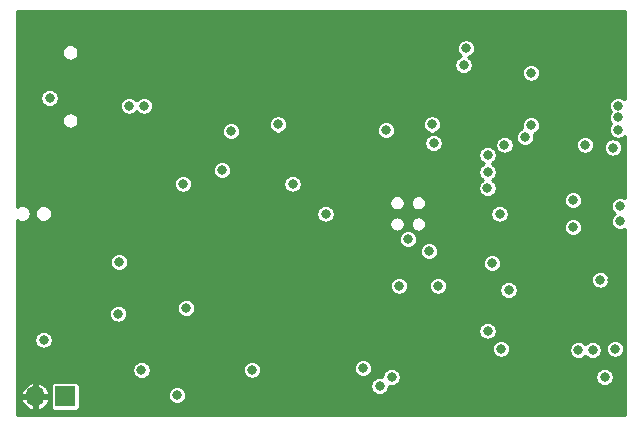
<source format=gbr>
%TF.GenerationSoftware,KiCad,Pcbnew,(5.1.7)-1*%
%TF.CreationDate,2021-01-20T17:17:38-05:00*%
%TF.ProjectId,SYSC4907_REV2,53595343-3439-4303-975f-524556322e6b,rev?*%
%TF.SameCoordinates,Original*%
%TF.FileFunction,Copper,L3,Inr*%
%TF.FilePolarity,Positive*%
%FSLAX46Y46*%
G04 Gerber Fmt 4.6, Leading zero omitted, Abs format (unit mm)*
G04 Created by KiCad (PCBNEW (5.1.7)-1) date 2021-01-20 17:17:38*
%MOMM*%
%LPD*%
G01*
G04 APERTURE LIST*
%TA.AperFunction,ComponentPad*%
%ADD10R,1.700000X1.700000*%
%TD*%
%TA.AperFunction,ComponentPad*%
%ADD11O,1.700000X1.700000*%
%TD*%
%TA.AperFunction,ViaPad*%
%ADD12C,0.800000*%
%TD*%
%TA.AperFunction,Conductor*%
%ADD13C,0.250000*%
%TD*%
%TA.AperFunction,Conductor*%
%ADD14C,0.100000*%
%TD*%
G04 APERTURE END LIST*
D10*
%TO.N,+BATT*%
%TO.C,J301*%
X54500000Y-138000000D03*
D11*
%TO.N,GND*%
X51960000Y-138000000D03*
%TD*%
D12*
%TO.N,GND*%
X64508000Y-118011000D03*
X63373000Y-126611000D03*
X57366000Y-121637000D03*
X59372500Y-135755000D03*
X78166000Y-135607000D03*
X77594500Y-127051500D03*
X70509000Y-118900000D03*
X94323000Y-111731000D03*
X97625000Y-139036000D03*
X96228000Y-133956000D03*
X53429000Y-106651000D03*
X53429000Y-116811000D03*
X54699000Y-127860000D03*
X69304000Y-123288000D03*
X68669000Y-137893000D03*
X78321000Y-115414000D03*
X77778241Y-120330000D03*
X94450000Y-116684000D03*
X88608000Y-128876000D03*
X73241000Y-126463000D03*
X100800000Y-128114000D03*
X90640000Y-124658501D03*
X92799000Y-130019000D03*
X92672000Y-136496000D03*
X67145000Y-127987000D03*
X72225000Y-109953000D03*
X85179000Y-109953000D03*
X97498000Y-122526000D03*
%TO.N,+1V8*%
X90259000Y-132432000D03*
X101054000Y-133956000D03*
X91402000Y-133956000D03*
X53175000Y-112747000D03*
X63970000Y-137893000D03*
X73749000Y-119986000D03*
X90252503Y-120335495D03*
X83528000Y-124685000D03*
X88227000Y-109953000D03*
X70320000Y-135734000D03*
X64744316Y-130513011D03*
%TO.N,Net-(C301-Pad2)*%
X58991500Y-130992500D03*
X60960000Y-135755000D03*
%TO.N,+5V*%
X85687000Y-116557000D03*
X67780000Y-118843000D03*
%TO.N,Net-(C304-Pad1)*%
X72509000Y-114963000D03*
X68542000Y-115541000D03*
%TO.N,VBAT_MEAS*%
X59906000Y-113382000D03*
X97498000Y-123669000D03*
%TO.N,POWER_SW*%
X99799997Y-128114000D03*
X101474000Y-123161000D03*
%TO.N,Net-(C309-Pad1)*%
X85558500Y-114963000D03*
X81651524Y-115456702D03*
%TO.N,Net-(C407-Pad1)*%
X86068000Y-128622000D03*
%TO.N,+3V3*%
X64478000Y-119986000D03*
X76543000Y-122526000D03*
X93942000Y-110588000D03*
X88427052Y-108525050D03*
%TO.N,Net-(D301-Pad2)*%
X52667000Y-133194000D03*
X99149000Y-134083000D03*
%TO.N,POWER_ON*%
X90640000Y-126717000D03*
%TO.N,VBUS*%
X90259000Y-118970000D03*
%TO.N,Net-(J202-Pad2)*%
X101474000Y-121868009D03*
%TO.N,Net-(J202-Pad4)*%
X100859073Y-116922996D03*
%TO.N,Net-(J202-Pad10)*%
X98514000Y-116684000D03*
%TO.N,I2C_SCL*%
X81115000Y-137124950D03*
%TO.N,I2C_SDA*%
X82131000Y-136369000D03*
%TO.N,UV_INT*%
X100165000Y-136369000D03*
%TO.N,HEART_INT*%
X79718000Y-135607000D03*
X97945432Y-134084485D03*
%TO.N,FAST_CHARGE*%
X90259000Y-117573000D03*
X97498000Y-121383000D03*
%TO.N,+BATT*%
X59055000Y-126611000D03*
%TO.N,Net-(U201-Pad4)*%
X91695000Y-116684000D03*
%TO.N,Net-(U201-Pad6)*%
X93429347Y-116049000D03*
%TO.N,IR_TEMP*%
X82766000Y-128622000D03*
X92037000Y-129003000D03*
%TO.N,AMB_TEMP*%
X91275000Y-122526000D03*
%TO.N,Net-(U403-Pad8)*%
X85306000Y-125701000D03*
%TO.N,LED_B*%
X101308000Y-115414000D03*
%TO.N,LED_G*%
X101308000Y-114382003D03*
%TO.N,LED_R*%
X101308000Y-113382000D03*
%TO.N,SD_DET*%
X93942000Y-115033000D03*
X61176000Y-113382000D03*
%TD*%
D13*
%TO.N,GND*%
X101875000Y-112852984D02*
X101802034Y-112780018D01*
X101675100Y-112695204D01*
X101534059Y-112636783D01*
X101384331Y-112607000D01*
X101231669Y-112607000D01*
X101081941Y-112636783D01*
X100940900Y-112695204D01*
X100813966Y-112780018D01*
X100706018Y-112887966D01*
X100621204Y-113014900D01*
X100562783Y-113155941D01*
X100533000Y-113305669D01*
X100533000Y-113458331D01*
X100562783Y-113608059D01*
X100621204Y-113749100D01*
X100706018Y-113876034D01*
X100711986Y-113882002D01*
X100706018Y-113887969D01*
X100621204Y-114014903D01*
X100562783Y-114155944D01*
X100533000Y-114305672D01*
X100533000Y-114458334D01*
X100562783Y-114608062D01*
X100621204Y-114749103D01*
X100706018Y-114876037D01*
X100727983Y-114898002D01*
X100706018Y-114919966D01*
X100621204Y-115046900D01*
X100562783Y-115187941D01*
X100533000Y-115337669D01*
X100533000Y-115490331D01*
X100562783Y-115640059D01*
X100621204Y-115781100D01*
X100706018Y-115908034D01*
X100813966Y-116015982D01*
X100940900Y-116100796D01*
X101081941Y-116159217D01*
X101231669Y-116189000D01*
X101384331Y-116189000D01*
X101534059Y-116159217D01*
X101675100Y-116100796D01*
X101802034Y-116015982D01*
X101875000Y-115943016D01*
X101875000Y-121203864D01*
X101841100Y-121181213D01*
X101700059Y-121122792D01*
X101550331Y-121093009D01*
X101397669Y-121093009D01*
X101247941Y-121122792D01*
X101106900Y-121181213D01*
X100979966Y-121266027D01*
X100872018Y-121373975D01*
X100787204Y-121500909D01*
X100728783Y-121641950D01*
X100699000Y-121791678D01*
X100699000Y-121944340D01*
X100728783Y-122094068D01*
X100787204Y-122235109D01*
X100872018Y-122362043D01*
X100979966Y-122469991D01*
X101046586Y-122514505D01*
X100979966Y-122559018D01*
X100872018Y-122666966D01*
X100787204Y-122793900D01*
X100728783Y-122934941D01*
X100699000Y-123084669D01*
X100699000Y-123237331D01*
X100728783Y-123387059D01*
X100787204Y-123528100D01*
X100872018Y-123655034D01*
X100979966Y-123762982D01*
X101106900Y-123847796D01*
X101247941Y-123906217D01*
X101397669Y-123936000D01*
X101550331Y-123936000D01*
X101700059Y-123906217D01*
X101841100Y-123847796D01*
X101875000Y-123825145D01*
X101875000Y-139600000D01*
X50400000Y-139600000D01*
X50400000Y-138314094D01*
X50775945Y-138314094D01*
X50859973Y-138539056D01*
X50986274Y-138743303D01*
X51149995Y-138918985D01*
X51344844Y-139059351D01*
X51563333Y-139159007D01*
X51645907Y-139184049D01*
X51835000Y-139124323D01*
X51835000Y-138125000D01*
X52085000Y-138125000D01*
X52085000Y-139124323D01*
X52274093Y-139184049D01*
X52356667Y-139159007D01*
X52575156Y-139059351D01*
X52770005Y-138918985D01*
X52933726Y-138743303D01*
X53060027Y-138539056D01*
X53144055Y-138314094D01*
X53084862Y-138125000D01*
X52085000Y-138125000D01*
X51835000Y-138125000D01*
X50835138Y-138125000D01*
X50775945Y-138314094D01*
X50400000Y-138314094D01*
X50400000Y-137685906D01*
X50775945Y-137685906D01*
X50835138Y-137875000D01*
X51835000Y-137875000D01*
X51835000Y-136875677D01*
X52085000Y-136875677D01*
X52085000Y-137875000D01*
X53084862Y-137875000D01*
X53144055Y-137685906D01*
X53060027Y-137460944D01*
X52933726Y-137256697D01*
X52834294Y-137150000D01*
X53273186Y-137150000D01*
X53273186Y-138850000D01*
X53280426Y-138923513D01*
X53301869Y-138994200D01*
X53336691Y-139059347D01*
X53383552Y-139116448D01*
X53440653Y-139163309D01*
X53505800Y-139198131D01*
X53576487Y-139219574D01*
X53650000Y-139226814D01*
X55350000Y-139226814D01*
X55423513Y-139219574D01*
X55494200Y-139198131D01*
X55559347Y-139163309D01*
X55616448Y-139116448D01*
X55663309Y-139059347D01*
X55698131Y-138994200D01*
X55719574Y-138923513D01*
X55726814Y-138850000D01*
X55726814Y-137816669D01*
X63195000Y-137816669D01*
X63195000Y-137969331D01*
X63224783Y-138119059D01*
X63283204Y-138260100D01*
X63368018Y-138387034D01*
X63475966Y-138494982D01*
X63602900Y-138579796D01*
X63743941Y-138638217D01*
X63893669Y-138668000D01*
X64046331Y-138668000D01*
X64196059Y-138638217D01*
X64337100Y-138579796D01*
X64464034Y-138494982D01*
X64571982Y-138387034D01*
X64656796Y-138260100D01*
X64715217Y-138119059D01*
X64745000Y-137969331D01*
X64745000Y-137816669D01*
X64715217Y-137666941D01*
X64656796Y-137525900D01*
X64571982Y-137398966D01*
X64464034Y-137291018D01*
X64337100Y-137206204D01*
X64196059Y-137147783D01*
X64046331Y-137118000D01*
X63893669Y-137118000D01*
X63743941Y-137147783D01*
X63602900Y-137206204D01*
X63475966Y-137291018D01*
X63368018Y-137398966D01*
X63283204Y-137525900D01*
X63224783Y-137666941D01*
X63195000Y-137816669D01*
X55726814Y-137816669D01*
X55726814Y-137150000D01*
X55719574Y-137076487D01*
X55711121Y-137048619D01*
X80340000Y-137048619D01*
X80340000Y-137201281D01*
X80369783Y-137351009D01*
X80428204Y-137492050D01*
X80513018Y-137618984D01*
X80620966Y-137726932D01*
X80747900Y-137811746D01*
X80888941Y-137870167D01*
X81038669Y-137899950D01*
X81191331Y-137899950D01*
X81341059Y-137870167D01*
X81482100Y-137811746D01*
X81609034Y-137726932D01*
X81716982Y-137618984D01*
X81801796Y-137492050D01*
X81860217Y-137351009D01*
X81890000Y-137201281D01*
X81890000Y-137108028D01*
X81904941Y-137114217D01*
X82054669Y-137144000D01*
X82207331Y-137144000D01*
X82357059Y-137114217D01*
X82498100Y-137055796D01*
X82625034Y-136970982D01*
X82732982Y-136863034D01*
X82817796Y-136736100D01*
X82876217Y-136595059D01*
X82906000Y-136445331D01*
X82906000Y-136292669D01*
X99390000Y-136292669D01*
X99390000Y-136445331D01*
X99419783Y-136595059D01*
X99478204Y-136736100D01*
X99563018Y-136863034D01*
X99670966Y-136970982D01*
X99797900Y-137055796D01*
X99938941Y-137114217D01*
X100088669Y-137144000D01*
X100241331Y-137144000D01*
X100391059Y-137114217D01*
X100532100Y-137055796D01*
X100659034Y-136970982D01*
X100766982Y-136863034D01*
X100851796Y-136736100D01*
X100910217Y-136595059D01*
X100940000Y-136445331D01*
X100940000Y-136292669D01*
X100910217Y-136142941D01*
X100851796Y-136001900D01*
X100766982Y-135874966D01*
X100659034Y-135767018D01*
X100532100Y-135682204D01*
X100391059Y-135623783D01*
X100241331Y-135594000D01*
X100088669Y-135594000D01*
X99938941Y-135623783D01*
X99797900Y-135682204D01*
X99670966Y-135767018D01*
X99563018Y-135874966D01*
X99478204Y-136001900D01*
X99419783Y-136142941D01*
X99390000Y-136292669D01*
X82906000Y-136292669D01*
X82876217Y-136142941D01*
X82817796Y-136001900D01*
X82732982Y-135874966D01*
X82625034Y-135767018D01*
X82498100Y-135682204D01*
X82357059Y-135623783D01*
X82207331Y-135594000D01*
X82054669Y-135594000D01*
X81904941Y-135623783D01*
X81763900Y-135682204D01*
X81636966Y-135767018D01*
X81529018Y-135874966D01*
X81444204Y-136001900D01*
X81385783Y-136142941D01*
X81356000Y-136292669D01*
X81356000Y-136385922D01*
X81341059Y-136379733D01*
X81191331Y-136349950D01*
X81038669Y-136349950D01*
X80888941Y-136379733D01*
X80747900Y-136438154D01*
X80620966Y-136522968D01*
X80513018Y-136630916D01*
X80428204Y-136757850D01*
X80369783Y-136898891D01*
X80340000Y-137048619D01*
X55711121Y-137048619D01*
X55698131Y-137005800D01*
X55663309Y-136940653D01*
X55616448Y-136883552D01*
X55559347Y-136836691D01*
X55494200Y-136801869D01*
X55423513Y-136780426D01*
X55350000Y-136773186D01*
X53650000Y-136773186D01*
X53576487Y-136780426D01*
X53505800Y-136801869D01*
X53440653Y-136836691D01*
X53383552Y-136883552D01*
X53336691Y-136940653D01*
X53301869Y-137005800D01*
X53280426Y-137076487D01*
X53273186Y-137150000D01*
X52834294Y-137150000D01*
X52770005Y-137081015D01*
X52575156Y-136940649D01*
X52356667Y-136840993D01*
X52274093Y-136815951D01*
X52085000Y-136875677D01*
X51835000Y-136875677D01*
X51645907Y-136815951D01*
X51563333Y-136840993D01*
X51344844Y-136940649D01*
X51149995Y-137081015D01*
X50986274Y-137256697D01*
X50859973Y-137460944D01*
X50775945Y-137685906D01*
X50400000Y-137685906D01*
X50400000Y-135678669D01*
X60185000Y-135678669D01*
X60185000Y-135831331D01*
X60214783Y-135981059D01*
X60273204Y-136122100D01*
X60358018Y-136249034D01*
X60465966Y-136356982D01*
X60592900Y-136441796D01*
X60733941Y-136500217D01*
X60883669Y-136530000D01*
X61036331Y-136530000D01*
X61186059Y-136500217D01*
X61327100Y-136441796D01*
X61454034Y-136356982D01*
X61561982Y-136249034D01*
X61646796Y-136122100D01*
X61705217Y-135981059D01*
X61735000Y-135831331D01*
X61735000Y-135678669D01*
X61730823Y-135657669D01*
X69545000Y-135657669D01*
X69545000Y-135810331D01*
X69574783Y-135960059D01*
X69633204Y-136101100D01*
X69718018Y-136228034D01*
X69825966Y-136335982D01*
X69952900Y-136420796D01*
X70093941Y-136479217D01*
X70243669Y-136509000D01*
X70396331Y-136509000D01*
X70546059Y-136479217D01*
X70687100Y-136420796D01*
X70814034Y-136335982D01*
X70921982Y-136228034D01*
X71006796Y-136101100D01*
X71065217Y-135960059D01*
X71095000Y-135810331D01*
X71095000Y-135657669D01*
X71069738Y-135530669D01*
X78943000Y-135530669D01*
X78943000Y-135683331D01*
X78972783Y-135833059D01*
X79031204Y-135974100D01*
X79116018Y-136101034D01*
X79223966Y-136208982D01*
X79350900Y-136293796D01*
X79491941Y-136352217D01*
X79641669Y-136382000D01*
X79794331Y-136382000D01*
X79944059Y-136352217D01*
X80085100Y-136293796D01*
X80212034Y-136208982D01*
X80319982Y-136101034D01*
X80404796Y-135974100D01*
X80463217Y-135833059D01*
X80493000Y-135683331D01*
X80493000Y-135530669D01*
X80463217Y-135380941D01*
X80404796Y-135239900D01*
X80319982Y-135112966D01*
X80212034Y-135005018D01*
X80085100Y-134920204D01*
X79944059Y-134861783D01*
X79794331Y-134832000D01*
X79641669Y-134832000D01*
X79491941Y-134861783D01*
X79350900Y-134920204D01*
X79223966Y-135005018D01*
X79116018Y-135112966D01*
X79031204Y-135239900D01*
X78972783Y-135380941D01*
X78943000Y-135530669D01*
X71069738Y-135530669D01*
X71065217Y-135507941D01*
X71006796Y-135366900D01*
X70921982Y-135239966D01*
X70814034Y-135132018D01*
X70687100Y-135047204D01*
X70546059Y-134988783D01*
X70396331Y-134959000D01*
X70243669Y-134959000D01*
X70093941Y-134988783D01*
X69952900Y-135047204D01*
X69825966Y-135132018D01*
X69718018Y-135239966D01*
X69633204Y-135366900D01*
X69574783Y-135507941D01*
X69545000Y-135657669D01*
X61730823Y-135657669D01*
X61705217Y-135528941D01*
X61646796Y-135387900D01*
X61561982Y-135260966D01*
X61454034Y-135153018D01*
X61327100Y-135068204D01*
X61186059Y-135009783D01*
X61036331Y-134980000D01*
X60883669Y-134980000D01*
X60733941Y-135009783D01*
X60592900Y-135068204D01*
X60465966Y-135153018D01*
X60358018Y-135260966D01*
X60273204Y-135387900D01*
X60214783Y-135528941D01*
X60185000Y-135678669D01*
X50400000Y-135678669D01*
X50400000Y-133117669D01*
X51892000Y-133117669D01*
X51892000Y-133270331D01*
X51921783Y-133420059D01*
X51980204Y-133561100D01*
X52065018Y-133688034D01*
X52172966Y-133795982D01*
X52299900Y-133880796D01*
X52440941Y-133939217D01*
X52590669Y-133969000D01*
X52743331Y-133969000D01*
X52893059Y-133939217D01*
X53034100Y-133880796D01*
X53035786Y-133879669D01*
X90627000Y-133879669D01*
X90627000Y-134032331D01*
X90656783Y-134182059D01*
X90715204Y-134323100D01*
X90800018Y-134450034D01*
X90907966Y-134557982D01*
X91034900Y-134642796D01*
X91175941Y-134701217D01*
X91325669Y-134731000D01*
X91478331Y-134731000D01*
X91628059Y-134701217D01*
X91769100Y-134642796D01*
X91896034Y-134557982D01*
X92003982Y-134450034D01*
X92088796Y-134323100D01*
X92147217Y-134182059D01*
X92177000Y-134032331D01*
X92177000Y-134008154D01*
X97170432Y-134008154D01*
X97170432Y-134160816D01*
X97200215Y-134310544D01*
X97258636Y-134451585D01*
X97343450Y-134578519D01*
X97451398Y-134686467D01*
X97578332Y-134771281D01*
X97719373Y-134829702D01*
X97869101Y-134859485D01*
X98021763Y-134859485D01*
X98171491Y-134829702D01*
X98312532Y-134771281D01*
X98439466Y-134686467D01*
X98547414Y-134578519D01*
X98547850Y-134577866D01*
X98654966Y-134684982D01*
X98781900Y-134769796D01*
X98922941Y-134828217D01*
X99072669Y-134858000D01*
X99225331Y-134858000D01*
X99375059Y-134828217D01*
X99516100Y-134769796D01*
X99643034Y-134684982D01*
X99750982Y-134577034D01*
X99835796Y-134450100D01*
X99894217Y-134309059D01*
X99924000Y-134159331D01*
X99924000Y-134006669D01*
X99898738Y-133879669D01*
X100279000Y-133879669D01*
X100279000Y-134032331D01*
X100308783Y-134182059D01*
X100367204Y-134323100D01*
X100452018Y-134450034D01*
X100559966Y-134557982D01*
X100686900Y-134642796D01*
X100827941Y-134701217D01*
X100977669Y-134731000D01*
X101130331Y-134731000D01*
X101280059Y-134701217D01*
X101421100Y-134642796D01*
X101548034Y-134557982D01*
X101655982Y-134450034D01*
X101740796Y-134323100D01*
X101799217Y-134182059D01*
X101829000Y-134032331D01*
X101829000Y-133879669D01*
X101799217Y-133729941D01*
X101740796Y-133588900D01*
X101655982Y-133461966D01*
X101548034Y-133354018D01*
X101421100Y-133269204D01*
X101280059Y-133210783D01*
X101130331Y-133181000D01*
X100977669Y-133181000D01*
X100827941Y-133210783D01*
X100686900Y-133269204D01*
X100559966Y-133354018D01*
X100452018Y-133461966D01*
X100367204Y-133588900D01*
X100308783Y-133729941D01*
X100279000Y-133879669D01*
X99898738Y-133879669D01*
X99894217Y-133856941D01*
X99835796Y-133715900D01*
X99750982Y-133588966D01*
X99643034Y-133481018D01*
X99516100Y-133396204D01*
X99375059Y-133337783D01*
X99225331Y-133308000D01*
X99072669Y-133308000D01*
X98922941Y-133337783D01*
X98781900Y-133396204D01*
X98654966Y-133481018D01*
X98547018Y-133588966D01*
X98546582Y-133589619D01*
X98439466Y-133482503D01*
X98312532Y-133397689D01*
X98171491Y-133339268D01*
X98021763Y-133309485D01*
X97869101Y-133309485D01*
X97719373Y-133339268D01*
X97578332Y-133397689D01*
X97451398Y-133482503D01*
X97343450Y-133590451D01*
X97258636Y-133717385D01*
X97200215Y-133858426D01*
X97170432Y-134008154D01*
X92177000Y-134008154D01*
X92177000Y-133879669D01*
X92147217Y-133729941D01*
X92088796Y-133588900D01*
X92003982Y-133461966D01*
X91896034Y-133354018D01*
X91769100Y-133269204D01*
X91628059Y-133210783D01*
X91478331Y-133181000D01*
X91325669Y-133181000D01*
X91175941Y-133210783D01*
X91034900Y-133269204D01*
X90907966Y-133354018D01*
X90800018Y-133461966D01*
X90715204Y-133588900D01*
X90656783Y-133729941D01*
X90627000Y-133879669D01*
X53035786Y-133879669D01*
X53161034Y-133795982D01*
X53268982Y-133688034D01*
X53353796Y-133561100D01*
X53412217Y-133420059D01*
X53442000Y-133270331D01*
X53442000Y-133117669D01*
X53412217Y-132967941D01*
X53353796Y-132826900D01*
X53268982Y-132699966D01*
X53161034Y-132592018D01*
X53034100Y-132507204D01*
X52893059Y-132448783D01*
X52743331Y-132419000D01*
X52590669Y-132419000D01*
X52440941Y-132448783D01*
X52299900Y-132507204D01*
X52172966Y-132592018D01*
X52065018Y-132699966D01*
X51980204Y-132826900D01*
X51921783Y-132967941D01*
X51892000Y-133117669D01*
X50400000Y-133117669D01*
X50400000Y-132355669D01*
X89484000Y-132355669D01*
X89484000Y-132508331D01*
X89513783Y-132658059D01*
X89572204Y-132799100D01*
X89657018Y-132926034D01*
X89764966Y-133033982D01*
X89891900Y-133118796D01*
X90032941Y-133177217D01*
X90182669Y-133207000D01*
X90335331Y-133207000D01*
X90485059Y-133177217D01*
X90626100Y-133118796D01*
X90753034Y-133033982D01*
X90860982Y-132926034D01*
X90945796Y-132799100D01*
X91004217Y-132658059D01*
X91034000Y-132508331D01*
X91034000Y-132355669D01*
X91004217Y-132205941D01*
X90945796Y-132064900D01*
X90860982Y-131937966D01*
X90753034Y-131830018D01*
X90626100Y-131745204D01*
X90485059Y-131686783D01*
X90335331Y-131657000D01*
X90182669Y-131657000D01*
X90032941Y-131686783D01*
X89891900Y-131745204D01*
X89764966Y-131830018D01*
X89657018Y-131937966D01*
X89572204Y-132064900D01*
X89513783Y-132205941D01*
X89484000Y-132355669D01*
X50400000Y-132355669D01*
X50400000Y-130916169D01*
X58216500Y-130916169D01*
X58216500Y-131068831D01*
X58246283Y-131218559D01*
X58304704Y-131359600D01*
X58389518Y-131486534D01*
X58497466Y-131594482D01*
X58624400Y-131679296D01*
X58765441Y-131737717D01*
X58915169Y-131767500D01*
X59067831Y-131767500D01*
X59217559Y-131737717D01*
X59358600Y-131679296D01*
X59485534Y-131594482D01*
X59593482Y-131486534D01*
X59678296Y-131359600D01*
X59736717Y-131218559D01*
X59766500Y-131068831D01*
X59766500Y-130916169D01*
X59736717Y-130766441D01*
X59678296Y-130625400D01*
X59593482Y-130498466D01*
X59531696Y-130436680D01*
X63969316Y-130436680D01*
X63969316Y-130589342D01*
X63999099Y-130739070D01*
X64057520Y-130880111D01*
X64142334Y-131007045D01*
X64250282Y-131114993D01*
X64377216Y-131199807D01*
X64518257Y-131258228D01*
X64667985Y-131288011D01*
X64820647Y-131288011D01*
X64970375Y-131258228D01*
X65111416Y-131199807D01*
X65238350Y-131114993D01*
X65346298Y-131007045D01*
X65431112Y-130880111D01*
X65489533Y-130739070D01*
X65519316Y-130589342D01*
X65519316Y-130436680D01*
X65489533Y-130286952D01*
X65431112Y-130145911D01*
X65346298Y-130018977D01*
X65238350Y-129911029D01*
X65111416Y-129826215D01*
X64970375Y-129767794D01*
X64820647Y-129738011D01*
X64667985Y-129738011D01*
X64518257Y-129767794D01*
X64377216Y-129826215D01*
X64250282Y-129911029D01*
X64142334Y-130018977D01*
X64057520Y-130145911D01*
X63999099Y-130286952D01*
X63969316Y-130436680D01*
X59531696Y-130436680D01*
X59485534Y-130390518D01*
X59358600Y-130305704D01*
X59217559Y-130247283D01*
X59067831Y-130217500D01*
X58915169Y-130217500D01*
X58765441Y-130247283D01*
X58624400Y-130305704D01*
X58497466Y-130390518D01*
X58389518Y-130498466D01*
X58304704Y-130625400D01*
X58246283Y-130766441D01*
X58216500Y-130916169D01*
X50400000Y-130916169D01*
X50400000Y-128545669D01*
X81991000Y-128545669D01*
X81991000Y-128698331D01*
X82020783Y-128848059D01*
X82079204Y-128989100D01*
X82164018Y-129116034D01*
X82271966Y-129223982D01*
X82398900Y-129308796D01*
X82539941Y-129367217D01*
X82689669Y-129397000D01*
X82842331Y-129397000D01*
X82992059Y-129367217D01*
X83133100Y-129308796D01*
X83260034Y-129223982D01*
X83367982Y-129116034D01*
X83452796Y-128989100D01*
X83511217Y-128848059D01*
X83541000Y-128698331D01*
X83541000Y-128545669D01*
X85293000Y-128545669D01*
X85293000Y-128698331D01*
X85322783Y-128848059D01*
X85381204Y-128989100D01*
X85466018Y-129116034D01*
X85573966Y-129223982D01*
X85700900Y-129308796D01*
X85841941Y-129367217D01*
X85991669Y-129397000D01*
X86144331Y-129397000D01*
X86294059Y-129367217D01*
X86435100Y-129308796D01*
X86562034Y-129223982D01*
X86669982Y-129116034D01*
X86754796Y-128989100D01*
X86780655Y-128926669D01*
X91262000Y-128926669D01*
X91262000Y-129079331D01*
X91291783Y-129229059D01*
X91350204Y-129370100D01*
X91435018Y-129497034D01*
X91542966Y-129604982D01*
X91669900Y-129689796D01*
X91810941Y-129748217D01*
X91960669Y-129778000D01*
X92113331Y-129778000D01*
X92263059Y-129748217D01*
X92404100Y-129689796D01*
X92531034Y-129604982D01*
X92638982Y-129497034D01*
X92723796Y-129370100D01*
X92782217Y-129229059D01*
X92812000Y-129079331D01*
X92812000Y-128926669D01*
X92782217Y-128776941D01*
X92723796Y-128635900D01*
X92638982Y-128508966D01*
X92531034Y-128401018D01*
X92404100Y-128316204D01*
X92263059Y-128257783D01*
X92113331Y-128228000D01*
X91960669Y-128228000D01*
X91810941Y-128257783D01*
X91669900Y-128316204D01*
X91542966Y-128401018D01*
X91435018Y-128508966D01*
X91350204Y-128635900D01*
X91291783Y-128776941D01*
X91262000Y-128926669D01*
X86780655Y-128926669D01*
X86813217Y-128848059D01*
X86843000Y-128698331D01*
X86843000Y-128545669D01*
X86813217Y-128395941D01*
X86754796Y-128254900D01*
X86669982Y-128127966D01*
X86579685Y-128037669D01*
X99024997Y-128037669D01*
X99024997Y-128190331D01*
X99054780Y-128340059D01*
X99113201Y-128481100D01*
X99198015Y-128608034D01*
X99305963Y-128715982D01*
X99432897Y-128800796D01*
X99573938Y-128859217D01*
X99723666Y-128889000D01*
X99876328Y-128889000D01*
X100026056Y-128859217D01*
X100167097Y-128800796D01*
X100294031Y-128715982D01*
X100401979Y-128608034D01*
X100486793Y-128481100D01*
X100545214Y-128340059D01*
X100574997Y-128190331D01*
X100574997Y-128037669D01*
X100545214Y-127887941D01*
X100486793Y-127746900D01*
X100401979Y-127619966D01*
X100294031Y-127512018D01*
X100167097Y-127427204D01*
X100026056Y-127368783D01*
X99876328Y-127339000D01*
X99723666Y-127339000D01*
X99573938Y-127368783D01*
X99432897Y-127427204D01*
X99305963Y-127512018D01*
X99198015Y-127619966D01*
X99113201Y-127746900D01*
X99054780Y-127887941D01*
X99024997Y-128037669D01*
X86579685Y-128037669D01*
X86562034Y-128020018D01*
X86435100Y-127935204D01*
X86294059Y-127876783D01*
X86144331Y-127847000D01*
X85991669Y-127847000D01*
X85841941Y-127876783D01*
X85700900Y-127935204D01*
X85573966Y-128020018D01*
X85466018Y-128127966D01*
X85381204Y-128254900D01*
X85322783Y-128395941D01*
X85293000Y-128545669D01*
X83541000Y-128545669D01*
X83511217Y-128395941D01*
X83452796Y-128254900D01*
X83367982Y-128127966D01*
X83260034Y-128020018D01*
X83133100Y-127935204D01*
X82992059Y-127876783D01*
X82842331Y-127847000D01*
X82689669Y-127847000D01*
X82539941Y-127876783D01*
X82398900Y-127935204D01*
X82271966Y-128020018D01*
X82164018Y-128127966D01*
X82079204Y-128254900D01*
X82020783Y-128395941D01*
X81991000Y-128545669D01*
X50400000Y-128545669D01*
X50400000Y-126534669D01*
X58280000Y-126534669D01*
X58280000Y-126687331D01*
X58309783Y-126837059D01*
X58368204Y-126978100D01*
X58453018Y-127105034D01*
X58560966Y-127212982D01*
X58687900Y-127297796D01*
X58828941Y-127356217D01*
X58978669Y-127386000D01*
X59131331Y-127386000D01*
X59281059Y-127356217D01*
X59422100Y-127297796D01*
X59549034Y-127212982D01*
X59656982Y-127105034D01*
X59741796Y-126978100D01*
X59800217Y-126837059D01*
X59830000Y-126687331D01*
X59830000Y-126640669D01*
X89865000Y-126640669D01*
X89865000Y-126793331D01*
X89894783Y-126943059D01*
X89953204Y-127084100D01*
X90038018Y-127211034D01*
X90145966Y-127318982D01*
X90272900Y-127403796D01*
X90413941Y-127462217D01*
X90563669Y-127492000D01*
X90716331Y-127492000D01*
X90866059Y-127462217D01*
X91007100Y-127403796D01*
X91134034Y-127318982D01*
X91241982Y-127211034D01*
X91326796Y-127084100D01*
X91385217Y-126943059D01*
X91415000Y-126793331D01*
X91415000Y-126640669D01*
X91385217Y-126490941D01*
X91326796Y-126349900D01*
X91241982Y-126222966D01*
X91134034Y-126115018D01*
X91007100Y-126030204D01*
X90866059Y-125971783D01*
X90716331Y-125942000D01*
X90563669Y-125942000D01*
X90413941Y-125971783D01*
X90272900Y-126030204D01*
X90145966Y-126115018D01*
X90038018Y-126222966D01*
X89953204Y-126349900D01*
X89894783Y-126490941D01*
X89865000Y-126640669D01*
X59830000Y-126640669D01*
X59830000Y-126534669D01*
X59800217Y-126384941D01*
X59741796Y-126243900D01*
X59656982Y-126116966D01*
X59549034Y-126009018D01*
X59422100Y-125924204D01*
X59281059Y-125865783D01*
X59131331Y-125836000D01*
X58978669Y-125836000D01*
X58828941Y-125865783D01*
X58687900Y-125924204D01*
X58560966Y-126009018D01*
X58453018Y-126116966D01*
X58368204Y-126243900D01*
X58309783Y-126384941D01*
X58280000Y-126534669D01*
X50400000Y-126534669D01*
X50400000Y-125624669D01*
X84531000Y-125624669D01*
X84531000Y-125777331D01*
X84560783Y-125927059D01*
X84619204Y-126068100D01*
X84704018Y-126195034D01*
X84811966Y-126302982D01*
X84938900Y-126387796D01*
X85079941Y-126446217D01*
X85229669Y-126476000D01*
X85382331Y-126476000D01*
X85532059Y-126446217D01*
X85673100Y-126387796D01*
X85800034Y-126302982D01*
X85907982Y-126195034D01*
X85992796Y-126068100D01*
X86051217Y-125927059D01*
X86081000Y-125777331D01*
X86081000Y-125624669D01*
X86051217Y-125474941D01*
X85992796Y-125333900D01*
X85907982Y-125206966D01*
X85800034Y-125099018D01*
X85673100Y-125014204D01*
X85532059Y-124955783D01*
X85382331Y-124926000D01*
X85229669Y-124926000D01*
X85079941Y-124955783D01*
X84938900Y-125014204D01*
X84811966Y-125099018D01*
X84704018Y-125206966D01*
X84619204Y-125333900D01*
X84560783Y-125474941D01*
X84531000Y-125624669D01*
X50400000Y-125624669D01*
X50400000Y-124608669D01*
X82753000Y-124608669D01*
X82753000Y-124761331D01*
X82782783Y-124911059D01*
X82841204Y-125052100D01*
X82926018Y-125179034D01*
X83033966Y-125286982D01*
X83160900Y-125371796D01*
X83301941Y-125430217D01*
X83451669Y-125460000D01*
X83604331Y-125460000D01*
X83754059Y-125430217D01*
X83895100Y-125371796D01*
X84022034Y-125286982D01*
X84129982Y-125179034D01*
X84214796Y-125052100D01*
X84273217Y-124911059D01*
X84303000Y-124761331D01*
X84303000Y-124608669D01*
X84273217Y-124458941D01*
X84214796Y-124317900D01*
X84129982Y-124190966D01*
X84022034Y-124083018D01*
X83895100Y-123998204D01*
X83754059Y-123939783D01*
X83604331Y-123910000D01*
X83451669Y-123910000D01*
X83301941Y-123939783D01*
X83160900Y-123998204D01*
X83033966Y-124083018D01*
X82926018Y-124190966D01*
X82841204Y-124317900D01*
X82782783Y-124458941D01*
X82753000Y-124608669D01*
X50400000Y-124608669D01*
X50400000Y-123335981D01*
X81950000Y-123335981D01*
X81950000Y-123464019D01*
X81974979Y-123589598D01*
X82023978Y-123707890D01*
X82095112Y-123814351D01*
X82185649Y-123904888D01*
X82292110Y-123976022D01*
X82410402Y-124025021D01*
X82535981Y-124050000D01*
X82664019Y-124050000D01*
X82789598Y-124025021D01*
X82907890Y-123976022D01*
X83014351Y-123904888D01*
X83104888Y-123814351D01*
X83176022Y-123707890D01*
X83225021Y-123589598D01*
X83250000Y-123464019D01*
X83250000Y-123335981D01*
X83750000Y-123335981D01*
X83750000Y-123464019D01*
X83774979Y-123589598D01*
X83823978Y-123707890D01*
X83895112Y-123814351D01*
X83985649Y-123904888D01*
X84092110Y-123976022D01*
X84210402Y-124025021D01*
X84335981Y-124050000D01*
X84464019Y-124050000D01*
X84589598Y-124025021D01*
X84707890Y-123976022D01*
X84814351Y-123904888D01*
X84904888Y-123814351D01*
X84976022Y-123707890D01*
X85023748Y-123592669D01*
X96723000Y-123592669D01*
X96723000Y-123745331D01*
X96752783Y-123895059D01*
X96811204Y-124036100D01*
X96896018Y-124163034D01*
X97003966Y-124270982D01*
X97130900Y-124355796D01*
X97271941Y-124414217D01*
X97421669Y-124444000D01*
X97574331Y-124444000D01*
X97724059Y-124414217D01*
X97865100Y-124355796D01*
X97992034Y-124270982D01*
X98099982Y-124163034D01*
X98184796Y-124036100D01*
X98243217Y-123895059D01*
X98273000Y-123745331D01*
X98273000Y-123592669D01*
X98243217Y-123442941D01*
X98184796Y-123301900D01*
X98099982Y-123174966D01*
X97992034Y-123067018D01*
X97865100Y-122982204D01*
X97724059Y-122923783D01*
X97574331Y-122894000D01*
X97421669Y-122894000D01*
X97271941Y-122923783D01*
X97130900Y-122982204D01*
X97003966Y-123067018D01*
X96896018Y-123174966D01*
X96811204Y-123301900D01*
X96752783Y-123442941D01*
X96723000Y-123592669D01*
X85023748Y-123592669D01*
X85025021Y-123589598D01*
X85050000Y-123464019D01*
X85050000Y-123335981D01*
X85025021Y-123210402D01*
X84976022Y-123092110D01*
X84904888Y-122985649D01*
X84814351Y-122895112D01*
X84707890Y-122823978D01*
X84589598Y-122774979D01*
X84464019Y-122750000D01*
X84335981Y-122750000D01*
X84210402Y-122774979D01*
X84092110Y-122823978D01*
X83985649Y-122895112D01*
X83895112Y-122985649D01*
X83823978Y-123092110D01*
X83774979Y-123210402D01*
X83750000Y-123335981D01*
X83250000Y-123335981D01*
X83225021Y-123210402D01*
X83176022Y-123092110D01*
X83104888Y-122985649D01*
X83014351Y-122895112D01*
X82907890Y-122823978D01*
X82789598Y-122774979D01*
X82664019Y-122750000D01*
X82535981Y-122750000D01*
X82410402Y-122774979D01*
X82292110Y-122823978D01*
X82185649Y-122895112D01*
X82095112Y-122985649D01*
X82023978Y-123092110D01*
X81974979Y-123210402D01*
X81950000Y-123335981D01*
X50400000Y-123335981D01*
X50400000Y-123071270D01*
X50506584Y-123142487D01*
X50638525Y-123197139D01*
X50778594Y-123225000D01*
X50921406Y-123225000D01*
X51061475Y-123197139D01*
X51193416Y-123142487D01*
X51312161Y-123063144D01*
X51413144Y-122962161D01*
X51492487Y-122843416D01*
X51547139Y-122711475D01*
X51575000Y-122571406D01*
X51575000Y-122428594D01*
X51925000Y-122428594D01*
X51925000Y-122571406D01*
X51952861Y-122711475D01*
X52007513Y-122843416D01*
X52086856Y-122962161D01*
X52187839Y-123063144D01*
X52306584Y-123142487D01*
X52438525Y-123197139D01*
X52578594Y-123225000D01*
X52721406Y-123225000D01*
X52861475Y-123197139D01*
X52993416Y-123142487D01*
X53112161Y-123063144D01*
X53213144Y-122962161D01*
X53292487Y-122843416D01*
X53347139Y-122711475D01*
X53375000Y-122571406D01*
X53375000Y-122449669D01*
X75768000Y-122449669D01*
X75768000Y-122602331D01*
X75797783Y-122752059D01*
X75856204Y-122893100D01*
X75941018Y-123020034D01*
X76048966Y-123127982D01*
X76175900Y-123212796D01*
X76316941Y-123271217D01*
X76466669Y-123301000D01*
X76619331Y-123301000D01*
X76769059Y-123271217D01*
X76910100Y-123212796D01*
X77037034Y-123127982D01*
X77144982Y-123020034D01*
X77229796Y-122893100D01*
X77288217Y-122752059D01*
X77318000Y-122602331D01*
X77318000Y-122449669D01*
X90500000Y-122449669D01*
X90500000Y-122602331D01*
X90529783Y-122752059D01*
X90588204Y-122893100D01*
X90673018Y-123020034D01*
X90780966Y-123127982D01*
X90907900Y-123212796D01*
X91048941Y-123271217D01*
X91198669Y-123301000D01*
X91351331Y-123301000D01*
X91501059Y-123271217D01*
X91642100Y-123212796D01*
X91769034Y-123127982D01*
X91876982Y-123020034D01*
X91961796Y-122893100D01*
X92020217Y-122752059D01*
X92050000Y-122602331D01*
X92050000Y-122449669D01*
X92020217Y-122299941D01*
X91961796Y-122158900D01*
X91876982Y-122031966D01*
X91769034Y-121924018D01*
X91642100Y-121839204D01*
X91501059Y-121780783D01*
X91351331Y-121751000D01*
X91198669Y-121751000D01*
X91048941Y-121780783D01*
X90907900Y-121839204D01*
X90780966Y-121924018D01*
X90673018Y-122031966D01*
X90588204Y-122158900D01*
X90529783Y-122299941D01*
X90500000Y-122449669D01*
X77318000Y-122449669D01*
X77288217Y-122299941D01*
X77229796Y-122158900D01*
X77144982Y-122031966D01*
X77037034Y-121924018D01*
X76910100Y-121839204D01*
X76769059Y-121780783D01*
X76619331Y-121751000D01*
X76466669Y-121751000D01*
X76316941Y-121780783D01*
X76175900Y-121839204D01*
X76048966Y-121924018D01*
X75941018Y-122031966D01*
X75856204Y-122158900D01*
X75797783Y-122299941D01*
X75768000Y-122449669D01*
X53375000Y-122449669D01*
X53375000Y-122428594D01*
X53347139Y-122288525D01*
X53292487Y-122156584D01*
X53213144Y-122037839D01*
X53112161Y-121936856D01*
X52993416Y-121857513D01*
X52861475Y-121802861D01*
X52721406Y-121775000D01*
X52578594Y-121775000D01*
X52438525Y-121802861D01*
X52306584Y-121857513D01*
X52187839Y-121936856D01*
X52086856Y-122037839D01*
X52007513Y-122156584D01*
X51952861Y-122288525D01*
X51925000Y-122428594D01*
X51575000Y-122428594D01*
X51547139Y-122288525D01*
X51492487Y-122156584D01*
X51413144Y-122037839D01*
X51312161Y-121936856D01*
X51193416Y-121857513D01*
X51061475Y-121802861D01*
X50921406Y-121775000D01*
X50778594Y-121775000D01*
X50638525Y-121802861D01*
X50506584Y-121857513D01*
X50400000Y-121928730D01*
X50400000Y-121535981D01*
X81950000Y-121535981D01*
X81950000Y-121664019D01*
X81974979Y-121789598D01*
X82023978Y-121907890D01*
X82095112Y-122014351D01*
X82185649Y-122104888D01*
X82292110Y-122176022D01*
X82410402Y-122225021D01*
X82535981Y-122250000D01*
X82664019Y-122250000D01*
X82789598Y-122225021D01*
X82907890Y-122176022D01*
X83014351Y-122104888D01*
X83104888Y-122014351D01*
X83176022Y-121907890D01*
X83225021Y-121789598D01*
X83250000Y-121664019D01*
X83250000Y-121535981D01*
X83750000Y-121535981D01*
X83750000Y-121664019D01*
X83774979Y-121789598D01*
X83823978Y-121907890D01*
X83895112Y-122014351D01*
X83985649Y-122104888D01*
X84092110Y-122176022D01*
X84210402Y-122225021D01*
X84335981Y-122250000D01*
X84464019Y-122250000D01*
X84589598Y-122225021D01*
X84707890Y-122176022D01*
X84814351Y-122104888D01*
X84904888Y-122014351D01*
X84976022Y-121907890D01*
X85025021Y-121789598D01*
X85050000Y-121664019D01*
X85050000Y-121535981D01*
X85025021Y-121410402D01*
X84982053Y-121306669D01*
X96723000Y-121306669D01*
X96723000Y-121459331D01*
X96752783Y-121609059D01*
X96811204Y-121750100D01*
X96896018Y-121877034D01*
X97003966Y-121984982D01*
X97130900Y-122069796D01*
X97271941Y-122128217D01*
X97421669Y-122158000D01*
X97574331Y-122158000D01*
X97724059Y-122128217D01*
X97865100Y-122069796D01*
X97992034Y-121984982D01*
X98099982Y-121877034D01*
X98184796Y-121750100D01*
X98243217Y-121609059D01*
X98273000Y-121459331D01*
X98273000Y-121306669D01*
X98243217Y-121156941D01*
X98184796Y-121015900D01*
X98099982Y-120888966D01*
X97992034Y-120781018D01*
X97865100Y-120696204D01*
X97724059Y-120637783D01*
X97574331Y-120608000D01*
X97421669Y-120608000D01*
X97271941Y-120637783D01*
X97130900Y-120696204D01*
X97003966Y-120781018D01*
X96896018Y-120888966D01*
X96811204Y-121015900D01*
X96752783Y-121156941D01*
X96723000Y-121306669D01*
X84982053Y-121306669D01*
X84976022Y-121292110D01*
X84904888Y-121185649D01*
X84814351Y-121095112D01*
X84707890Y-121023978D01*
X84589598Y-120974979D01*
X84464019Y-120950000D01*
X84335981Y-120950000D01*
X84210402Y-120974979D01*
X84092110Y-121023978D01*
X83985649Y-121095112D01*
X83895112Y-121185649D01*
X83823978Y-121292110D01*
X83774979Y-121410402D01*
X83750000Y-121535981D01*
X83250000Y-121535981D01*
X83225021Y-121410402D01*
X83176022Y-121292110D01*
X83104888Y-121185649D01*
X83014351Y-121095112D01*
X82907890Y-121023978D01*
X82789598Y-120974979D01*
X82664019Y-120950000D01*
X82535981Y-120950000D01*
X82410402Y-120974979D01*
X82292110Y-121023978D01*
X82185649Y-121095112D01*
X82095112Y-121185649D01*
X82023978Y-121292110D01*
X81974979Y-121410402D01*
X81950000Y-121535981D01*
X50400000Y-121535981D01*
X50400000Y-119909669D01*
X63703000Y-119909669D01*
X63703000Y-120062331D01*
X63732783Y-120212059D01*
X63791204Y-120353100D01*
X63876018Y-120480034D01*
X63983966Y-120587982D01*
X64110900Y-120672796D01*
X64251941Y-120731217D01*
X64401669Y-120761000D01*
X64554331Y-120761000D01*
X64704059Y-120731217D01*
X64845100Y-120672796D01*
X64972034Y-120587982D01*
X65079982Y-120480034D01*
X65164796Y-120353100D01*
X65223217Y-120212059D01*
X65253000Y-120062331D01*
X65253000Y-119909669D01*
X72974000Y-119909669D01*
X72974000Y-120062331D01*
X73003783Y-120212059D01*
X73062204Y-120353100D01*
X73147018Y-120480034D01*
X73254966Y-120587982D01*
X73381900Y-120672796D01*
X73522941Y-120731217D01*
X73672669Y-120761000D01*
X73825331Y-120761000D01*
X73975059Y-120731217D01*
X74116100Y-120672796D01*
X74243034Y-120587982D01*
X74350982Y-120480034D01*
X74435796Y-120353100D01*
X74474705Y-120259164D01*
X89477503Y-120259164D01*
X89477503Y-120411826D01*
X89507286Y-120561554D01*
X89565707Y-120702595D01*
X89650521Y-120829529D01*
X89758469Y-120937477D01*
X89885403Y-121022291D01*
X90026444Y-121080712D01*
X90176172Y-121110495D01*
X90328834Y-121110495D01*
X90478562Y-121080712D01*
X90619603Y-121022291D01*
X90746537Y-120937477D01*
X90854485Y-120829529D01*
X90939299Y-120702595D01*
X90997720Y-120561554D01*
X91027503Y-120411826D01*
X91027503Y-120259164D01*
X90997720Y-120109436D01*
X90939299Y-119968395D01*
X90854485Y-119841461D01*
X90746537Y-119733513D01*
X90628911Y-119654918D01*
X90753034Y-119571982D01*
X90860982Y-119464034D01*
X90945796Y-119337100D01*
X91004217Y-119196059D01*
X91034000Y-119046331D01*
X91034000Y-118893669D01*
X91004217Y-118743941D01*
X90945796Y-118602900D01*
X90860982Y-118475966D01*
X90753034Y-118368018D01*
X90626100Y-118283204D01*
X90597844Y-118271500D01*
X90626100Y-118259796D01*
X90753034Y-118174982D01*
X90860982Y-118067034D01*
X90945796Y-117940100D01*
X91004217Y-117799059D01*
X91034000Y-117649331D01*
X91034000Y-117496669D01*
X91004217Y-117346941D01*
X90945796Y-117205900D01*
X90860982Y-117078966D01*
X90753034Y-116971018D01*
X90626100Y-116886204D01*
X90485059Y-116827783D01*
X90335331Y-116798000D01*
X90182669Y-116798000D01*
X90032941Y-116827783D01*
X89891900Y-116886204D01*
X89764966Y-116971018D01*
X89657018Y-117078966D01*
X89572204Y-117205900D01*
X89513783Y-117346941D01*
X89484000Y-117496669D01*
X89484000Y-117649331D01*
X89513783Y-117799059D01*
X89572204Y-117940100D01*
X89657018Y-118067034D01*
X89764966Y-118174982D01*
X89891900Y-118259796D01*
X89920156Y-118271500D01*
X89891900Y-118283204D01*
X89764966Y-118368018D01*
X89657018Y-118475966D01*
X89572204Y-118602900D01*
X89513783Y-118743941D01*
X89484000Y-118893669D01*
X89484000Y-119046331D01*
X89513783Y-119196059D01*
X89572204Y-119337100D01*
X89657018Y-119464034D01*
X89764966Y-119571982D01*
X89882592Y-119650577D01*
X89758469Y-119733513D01*
X89650521Y-119841461D01*
X89565707Y-119968395D01*
X89507286Y-120109436D01*
X89477503Y-120259164D01*
X74474705Y-120259164D01*
X74494217Y-120212059D01*
X74524000Y-120062331D01*
X74524000Y-119909669D01*
X74494217Y-119759941D01*
X74435796Y-119618900D01*
X74350982Y-119491966D01*
X74243034Y-119384018D01*
X74116100Y-119299204D01*
X73975059Y-119240783D01*
X73825331Y-119211000D01*
X73672669Y-119211000D01*
X73522941Y-119240783D01*
X73381900Y-119299204D01*
X73254966Y-119384018D01*
X73147018Y-119491966D01*
X73062204Y-119618900D01*
X73003783Y-119759941D01*
X72974000Y-119909669D01*
X65253000Y-119909669D01*
X65223217Y-119759941D01*
X65164796Y-119618900D01*
X65079982Y-119491966D01*
X64972034Y-119384018D01*
X64845100Y-119299204D01*
X64704059Y-119240783D01*
X64554331Y-119211000D01*
X64401669Y-119211000D01*
X64251941Y-119240783D01*
X64110900Y-119299204D01*
X63983966Y-119384018D01*
X63876018Y-119491966D01*
X63791204Y-119618900D01*
X63732783Y-119759941D01*
X63703000Y-119909669D01*
X50400000Y-119909669D01*
X50400000Y-118766669D01*
X67005000Y-118766669D01*
X67005000Y-118919331D01*
X67034783Y-119069059D01*
X67093204Y-119210100D01*
X67178018Y-119337034D01*
X67285966Y-119444982D01*
X67412900Y-119529796D01*
X67553941Y-119588217D01*
X67703669Y-119618000D01*
X67856331Y-119618000D01*
X68006059Y-119588217D01*
X68147100Y-119529796D01*
X68274034Y-119444982D01*
X68381982Y-119337034D01*
X68466796Y-119210100D01*
X68525217Y-119069059D01*
X68555000Y-118919331D01*
X68555000Y-118766669D01*
X68525217Y-118616941D01*
X68466796Y-118475900D01*
X68381982Y-118348966D01*
X68274034Y-118241018D01*
X68147100Y-118156204D01*
X68006059Y-118097783D01*
X67856331Y-118068000D01*
X67703669Y-118068000D01*
X67553941Y-118097783D01*
X67412900Y-118156204D01*
X67285966Y-118241018D01*
X67178018Y-118348966D01*
X67093204Y-118475900D01*
X67034783Y-118616941D01*
X67005000Y-118766669D01*
X50400000Y-118766669D01*
X50400000Y-116480669D01*
X84912000Y-116480669D01*
X84912000Y-116633331D01*
X84941783Y-116783059D01*
X85000204Y-116924100D01*
X85085018Y-117051034D01*
X85192966Y-117158982D01*
X85319900Y-117243796D01*
X85460941Y-117302217D01*
X85610669Y-117332000D01*
X85763331Y-117332000D01*
X85913059Y-117302217D01*
X86054100Y-117243796D01*
X86181034Y-117158982D01*
X86288982Y-117051034D01*
X86373796Y-116924100D01*
X86432217Y-116783059D01*
X86462000Y-116633331D01*
X86462000Y-116607669D01*
X90920000Y-116607669D01*
X90920000Y-116760331D01*
X90949783Y-116910059D01*
X91008204Y-117051100D01*
X91093018Y-117178034D01*
X91200966Y-117285982D01*
X91327900Y-117370796D01*
X91468941Y-117429217D01*
X91618669Y-117459000D01*
X91771331Y-117459000D01*
X91921059Y-117429217D01*
X92062100Y-117370796D01*
X92189034Y-117285982D01*
X92296982Y-117178034D01*
X92381796Y-117051100D01*
X92440217Y-116910059D01*
X92470000Y-116760331D01*
X92470000Y-116607669D01*
X92440217Y-116457941D01*
X92381796Y-116316900D01*
X92296982Y-116189966D01*
X92189034Y-116082018D01*
X92062100Y-115997204D01*
X92002868Y-115972669D01*
X92654347Y-115972669D01*
X92654347Y-116125331D01*
X92684130Y-116275059D01*
X92742551Y-116416100D01*
X92827365Y-116543034D01*
X92935313Y-116650982D01*
X93062247Y-116735796D01*
X93203288Y-116794217D01*
X93353016Y-116824000D01*
X93505678Y-116824000D01*
X93655406Y-116794217D01*
X93796447Y-116735796D01*
X93923381Y-116650982D01*
X93966694Y-116607669D01*
X97739000Y-116607669D01*
X97739000Y-116760331D01*
X97768783Y-116910059D01*
X97827204Y-117051100D01*
X97912018Y-117178034D01*
X98019966Y-117285982D01*
X98146900Y-117370796D01*
X98287941Y-117429217D01*
X98437669Y-117459000D01*
X98590331Y-117459000D01*
X98740059Y-117429217D01*
X98881100Y-117370796D01*
X99008034Y-117285982D01*
X99115982Y-117178034D01*
X99200796Y-117051100D01*
X99259217Y-116910059D01*
X99271826Y-116846665D01*
X100084073Y-116846665D01*
X100084073Y-116999327D01*
X100113856Y-117149055D01*
X100172277Y-117290096D01*
X100257091Y-117417030D01*
X100365039Y-117524978D01*
X100491973Y-117609792D01*
X100633014Y-117668213D01*
X100782742Y-117697996D01*
X100935404Y-117697996D01*
X101085132Y-117668213D01*
X101226173Y-117609792D01*
X101353107Y-117524978D01*
X101461055Y-117417030D01*
X101545869Y-117290096D01*
X101604290Y-117149055D01*
X101634073Y-116999327D01*
X101634073Y-116846665D01*
X101604290Y-116696937D01*
X101545869Y-116555896D01*
X101461055Y-116428962D01*
X101353107Y-116321014D01*
X101226173Y-116236200D01*
X101085132Y-116177779D01*
X100935404Y-116147996D01*
X100782742Y-116147996D01*
X100633014Y-116177779D01*
X100491973Y-116236200D01*
X100365039Y-116321014D01*
X100257091Y-116428962D01*
X100172277Y-116555896D01*
X100113856Y-116696937D01*
X100084073Y-116846665D01*
X99271826Y-116846665D01*
X99289000Y-116760331D01*
X99289000Y-116607669D01*
X99259217Y-116457941D01*
X99200796Y-116316900D01*
X99115982Y-116189966D01*
X99008034Y-116082018D01*
X98881100Y-115997204D01*
X98740059Y-115938783D01*
X98590331Y-115909000D01*
X98437669Y-115909000D01*
X98287941Y-115938783D01*
X98146900Y-115997204D01*
X98019966Y-116082018D01*
X97912018Y-116189966D01*
X97827204Y-116316900D01*
X97768783Y-116457941D01*
X97739000Y-116607669D01*
X93966694Y-116607669D01*
X94031329Y-116543034D01*
X94116143Y-116416100D01*
X94174564Y-116275059D01*
X94204347Y-116125331D01*
X94204347Y-115972669D01*
X94174564Y-115822941D01*
X94156954Y-115780426D01*
X94168059Y-115778217D01*
X94309100Y-115719796D01*
X94436034Y-115634982D01*
X94543982Y-115527034D01*
X94628796Y-115400100D01*
X94687217Y-115259059D01*
X94717000Y-115109331D01*
X94717000Y-114956669D01*
X94687217Y-114806941D01*
X94628796Y-114665900D01*
X94543982Y-114538966D01*
X94436034Y-114431018D01*
X94309100Y-114346204D01*
X94168059Y-114287783D01*
X94018331Y-114258000D01*
X93865669Y-114258000D01*
X93715941Y-114287783D01*
X93574900Y-114346204D01*
X93447966Y-114431018D01*
X93340018Y-114538966D01*
X93255204Y-114665900D01*
X93196783Y-114806941D01*
X93167000Y-114956669D01*
X93167000Y-115109331D01*
X93196783Y-115259059D01*
X93214393Y-115301574D01*
X93203288Y-115303783D01*
X93062247Y-115362204D01*
X92935313Y-115447018D01*
X92827365Y-115554966D01*
X92742551Y-115681900D01*
X92684130Y-115822941D01*
X92654347Y-115972669D01*
X92002868Y-115972669D01*
X91921059Y-115938783D01*
X91771331Y-115909000D01*
X91618669Y-115909000D01*
X91468941Y-115938783D01*
X91327900Y-115997204D01*
X91200966Y-116082018D01*
X91093018Y-116189966D01*
X91008204Y-116316900D01*
X90949783Y-116457941D01*
X90920000Y-116607669D01*
X86462000Y-116607669D01*
X86462000Y-116480669D01*
X86432217Y-116330941D01*
X86373796Y-116189900D01*
X86288982Y-116062966D01*
X86181034Y-115955018D01*
X86054100Y-115870204D01*
X85913059Y-115811783D01*
X85763331Y-115782000D01*
X85610669Y-115782000D01*
X85460941Y-115811783D01*
X85319900Y-115870204D01*
X85192966Y-115955018D01*
X85085018Y-116062966D01*
X85000204Y-116189900D01*
X84941783Y-116330941D01*
X84912000Y-116480669D01*
X50400000Y-116480669D01*
X50400000Y-115464669D01*
X67767000Y-115464669D01*
X67767000Y-115617331D01*
X67796783Y-115767059D01*
X67855204Y-115908100D01*
X67940018Y-116035034D01*
X68047966Y-116142982D01*
X68174900Y-116227796D01*
X68315941Y-116286217D01*
X68465669Y-116316000D01*
X68618331Y-116316000D01*
X68768059Y-116286217D01*
X68909100Y-116227796D01*
X69036034Y-116142982D01*
X69143982Y-116035034D01*
X69228796Y-115908100D01*
X69287217Y-115767059D01*
X69317000Y-115617331D01*
X69317000Y-115464669D01*
X69287217Y-115314941D01*
X69228796Y-115173900D01*
X69143982Y-115046966D01*
X69036034Y-114939018D01*
X68957688Y-114886669D01*
X71734000Y-114886669D01*
X71734000Y-115039331D01*
X71763783Y-115189059D01*
X71822204Y-115330100D01*
X71907018Y-115457034D01*
X72014966Y-115564982D01*
X72141900Y-115649796D01*
X72282941Y-115708217D01*
X72432669Y-115738000D01*
X72585331Y-115738000D01*
X72735059Y-115708217D01*
X72876100Y-115649796D01*
X73003034Y-115564982D01*
X73110982Y-115457034D01*
X73162206Y-115380371D01*
X80876524Y-115380371D01*
X80876524Y-115533033D01*
X80906307Y-115682761D01*
X80964728Y-115823802D01*
X81049542Y-115950736D01*
X81157490Y-116058684D01*
X81284424Y-116143498D01*
X81425465Y-116201919D01*
X81575193Y-116231702D01*
X81727855Y-116231702D01*
X81877583Y-116201919D01*
X82018624Y-116143498D01*
X82145558Y-116058684D01*
X82253506Y-115950736D01*
X82338320Y-115823802D01*
X82396741Y-115682761D01*
X82426524Y-115533033D01*
X82426524Y-115380371D01*
X82396741Y-115230643D01*
X82338320Y-115089602D01*
X82253506Y-114962668D01*
X82177507Y-114886669D01*
X84783500Y-114886669D01*
X84783500Y-115039331D01*
X84813283Y-115189059D01*
X84871704Y-115330100D01*
X84956518Y-115457034D01*
X85064466Y-115564982D01*
X85191400Y-115649796D01*
X85332441Y-115708217D01*
X85482169Y-115738000D01*
X85634831Y-115738000D01*
X85784559Y-115708217D01*
X85925600Y-115649796D01*
X86052534Y-115564982D01*
X86160482Y-115457034D01*
X86245296Y-115330100D01*
X86303717Y-115189059D01*
X86333500Y-115039331D01*
X86333500Y-114886669D01*
X86303717Y-114736941D01*
X86245296Y-114595900D01*
X86160482Y-114468966D01*
X86052534Y-114361018D01*
X85925600Y-114276204D01*
X85784559Y-114217783D01*
X85634831Y-114188000D01*
X85482169Y-114188000D01*
X85332441Y-114217783D01*
X85191400Y-114276204D01*
X85064466Y-114361018D01*
X84956518Y-114468966D01*
X84871704Y-114595900D01*
X84813283Y-114736941D01*
X84783500Y-114886669D01*
X82177507Y-114886669D01*
X82145558Y-114854720D01*
X82018624Y-114769906D01*
X81877583Y-114711485D01*
X81727855Y-114681702D01*
X81575193Y-114681702D01*
X81425465Y-114711485D01*
X81284424Y-114769906D01*
X81157490Y-114854720D01*
X81049542Y-114962668D01*
X80964728Y-115089602D01*
X80906307Y-115230643D01*
X80876524Y-115380371D01*
X73162206Y-115380371D01*
X73195796Y-115330100D01*
X73254217Y-115189059D01*
X73284000Y-115039331D01*
X73284000Y-114886669D01*
X73254217Y-114736941D01*
X73195796Y-114595900D01*
X73110982Y-114468966D01*
X73003034Y-114361018D01*
X72876100Y-114276204D01*
X72735059Y-114217783D01*
X72585331Y-114188000D01*
X72432669Y-114188000D01*
X72282941Y-114217783D01*
X72141900Y-114276204D01*
X72014966Y-114361018D01*
X71907018Y-114468966D01*
X71822204Y-114595900D01*
X71763783Y-114736941D01*
X71734000Y-114886669D01*
X68957688Y-114886669D01*
X68909100Y-114854204D01*
X68768059Y-114795783D01*
X68618331Y-114766000D01*
X68465669Y-114766000D01*
X68315941Y-114795783D01*
X68174900Y-114854204D01*
X68047966Y-114939018D01*
X67940018Y-115046966D01*
X67855204Y-115173900D01*
X67796783Y-115314941D01*
X67767000Y-115464669D01*
X50400000Y-115464669D01*
X50400000Y-114571056D01*
X54225000Y-114571056D01*
X54225000Y-114708944D01*
X54251901Y-114844182D01*
X54304668Y-114971574D01*
X54381274Y-115086224D01*
X54478776Y-115183726D01*
X54593426Y-115260332D01*
X54720818Y-115313099D01*
X54856056Y-115340000D01*
X54993944Y-115340000D01*
X55129182Y-115313099D01*
X55256574Y-115260332D01*
X55371224Y-115183726D01*
X55468726Y-115086224D01*
X55545332Y-114971574D01*
X55598099Y-114844182D01*
X55625000Y-114708944D01*
X55625000Y-114571056D01*
X55598099Y-114435818D01*
X55545332Y-114308426D01*
X55468726Y-114193776D01*
X55371224Y-114096274D01*
X55256574Y-114019668D01*
X55129182Y-113966901D01*
X54993944Y-113940000D01*
X54856056Y-113940000D01*
X54720818Y-113966901D01*
X54593426Y-114019668D01*
X54478776Y-114096274D01*
X54381274Y-114193776D01*
X54304668Y-114308426D01*
X54251901Y-114435818D01*
X54225000Y-114571056D01*
X50400000Y-114571056D01*
X50400000Y-112670669D01*
X52400000Y-112670669D01*
X52400000Y-112823331D01*
X52429783Y-112973059D01*
X52488204Y-113114100D01*
X52573018Y-113241034D01*
X52680966Y-113348982D01*
X52807900Y-113433796D01*
X52948941Y-113492217D01*
X53098669Y-113522000D01*
X53251331Y-113522000D01*
X53401059Y-113492217D01*
X53542100Y-113433796D01*
X53669034Y-113348982D01*
X53712347Y-113305669D01*
X59131000Y-113305669D01*
X59131000Y-113458331D01*
X59160783Y-113608059D01*
X59219204Y-113749100D01*
X59304018Y-113876034D01*
X59411966Y-113983982D01*
X59538900Y-114068796D01*
X59679941Y-114127217D01*
X59829669Y-114157000D01*
X59982331Y-114157000D01*
X60132059Y-114127217D01*
X60273100Y-114068796D01*
X60400034Y-113983982D01*
X60507982Y-113876034D01*
X60541000Y-113826619D01*
X60574018Y-113876034D01*
X60681966Y-113983982D01*
X60808900Y-114068796D01*
X60949941Y-114127217D01*
X61099669Y-114157000D01*
X61252331Y-114157000D01*
X61402059Y-114127217D01*
X61543100Y-114068796D01*
X61670034Y-113983982D01*
X61777982Y-113876034D01*
X61862796Y-113749100D01*
X61921217Y-113608059D01*
X61951000Y-113458331D01*
X61951000Y-113305669D01*
X61921217Y-113155941D01*
X61862796Y-113014900D01*
X61777982Y-112887966D01*
X61670034Y-112780018D01*
X61543100Y-112695204D01*
X61402059Y-112636783D01*
X61252331Y-112607000D01*
X61099669Y-112607000D01*
X60949941Y-112636783D01*
X60808900Y-112695204D01*
X60681966Y-112780018D01*
X60574018Y-112887966D01*
X60541000Y-112937381D01*
X60507982Y-112887966D01*
X60400034Y-112780018D01*
X60273100Y-112695204D01*
X60132059Y-112636783D01*
X59982331Y-112607000D01*
X59829669Y-112607000D01*
X59679941Y-112636783D01*
X59538900Y-112695204D01*
X59411966Y-112780018D01*
X59304018Y-112887966D01*
X59219204Y-113014900D01*
X59160783Y-113155941D01*
X59131000Y-113305669D01*
X53712347Y-113305669D01*
X53776982Y-113241034D01*
X53861796Y-113114100D01*
X53920217Y-112973059D01*
X53950000Y-112823331D01*
X53950000Y-112670669D01*
X53920217Y-112520941D01*
X53861796Y-112379900D01*
X53776982Y-112252966D01*
X53669034Y-112145018D01*
X53542100Y-112060204D01*
X53401059Y-112001783D01*
X53251331Y-111972000D01*
X53098669Y-111972000D01*
X52948941Y-112001783D01*
X52807900Y-112060204D01*
X52680966Y-112145018D01*
X52573018Y-112252966D01*
X52488204Y-112379900D01*
X52429783Y-112520941D01*
X52400000Y-112670669D01*
X50400000Y-112670669D01*
X50400000Y-109876669D01*
X87452000Y-109876669D01*
X87452000Y-110029331D01*
X87481783Y-110179059D01*
X87540204Y-110320100D01*
X87625018Y-110447034D01*
X87732966Y-110554982D01*
X87859900Y-110639796D01*
X88000941Y-110698217D01*
X88150669Y-110728000D01*
X88303331Y-110728000D01*
X88453059Y-110698217D01*
X88594100Y-110639796D01*
X88721034Y-110554982D01*
X88764347Y-110511669D01*
X93167000Y-110511669D01*
X93167000Y-110664331D01*
X93196783Y-110814059D01*
X93255204Y-110955100D01*
X93340018Y-111082034D01*
X93447966Y-111189982D01*
X93574900Y-111274796D01*
X93715941Y-111333217D01*
X93865669Y-111363000D01*
X94018331Y-111363000D01*
X94168059Y-111333217D01*
X94309100Y-111274796D01*
X94436034Y-111189982D01*
X94543982Y-111082034D01*
X94628796Y-110955100D01*
X94687217Y-110814059D01*
X94717000Y-110664331D01*
X94717000Y-110511669D01*
X94687217Y-110361941D01*
X94628796Y-110220900D01*
X94543982Y-110093966D01*
X94436034Y-109986018D01*
X94309100Y-109901204D01*
X94168059Y-109842783D01*
X94018331Y-109813000D01*
X93865669Y-109813000D01*
X93715941Y-109842783D01*
X93574900Y-109901204D01*
X93447966Y-109986018D01*
X93340018Y-110093966D01*
X93255204Y-110220900D01*
X93196783Y-110361941D01*
X93167000Y-110511669D01*
X88764347Y-110511669D01*
X88828982Y-110447034D01*
X88913796Y-110320100D01*
X88972217Y-110179059D01*
X89002000Y-110029331D01*
X89002000Y-109876669D01*
X88972217Y-109726941D01*
X88913796Y-109585900D01*
X88828982Y-109458966D01*
X88721034Y-109351018D01*
X88612323Y-109278380D01*
X88653111Y-109270267D01*
X88794152Y-109211846D01*
X88921086Y-109127032D01*
X89029034Y-109019084D01*
X89113848Y-108892150D01*
X89172269Y-108751109D01*
X89202052Y-108601381D01*
X89202052Y-108448719D01*
X89172269Y-108298991D01*
X89113848Y-108157950D01*
X89029034Y-108031016D01*
X88921086Y-107923068D01*
X88794152Y-107838254D01*
X88653111Y-107779833D01*
X88503383Y-107750050D01*
X88350721Y-107750050D01*
X88200993Y-107779833D01*
X88059952Y-107838254D01*
X87933018Y-107923068D01*
X87825070Y-108031016D01*
X87740256Y-108157950D01*
X87681835Y-108298991D01*
X87652052Y-108448719D01*
X87652052Y-108601381D01*
X87681835Y-108751109D01*
X87740256Y-108892150D01*
X87825070Y-109019084D01*
X87933018Y-109127032D01*
X88041729Y-109199670D01*
X88000941Y-109207783D01*
X87859900Y-109266204D01*
X87732966Y-109351018D01*
X87625018Y-109458966D01*
X87540204Y-109585900D01*
X87481783Y-109726941D01*
X87452000Y-109876669D01*
X50400000Y-109876669D01*
X50400000Y-108791056D01*
X54225000Y-108791056D01*
X54225000Y-108928944D01*
X54251901Y-109064182D01*
X54304668Y-109191574D01*
X54381274Y-109306224D01*
X54478776Y-109403726D01*
X54593426Y-109480332D01*
X54720818Y-109533099D01*
X54856056Y-109560000D01*
X54993944Y-109560000D01*
X55129182Y-109533099D01*
X55256574Y-109480332D01*
X55371224Y-109403726D01*
X55468726Y-109306224D01*
X55545332Y-109191574D01*
X55598099Y-109064182D01*
X55625000Y-108928944D01*
X55625000Y-108791056D01*
X55598099Y-108655818D01*
X55545332Y-108528426D01*
X55468726Y-108413776D01*
X55371224Y-108316274D01*
X55256574Y-108239668D01*
X55129182Y-108186901D01*
X54993944Y-108160000D01*
X54856056Y-108160000D01*
X54720818Y-108186901D01*
X54593426Y-108239668D01*
X54478776Y-108316274D01*
X54381274Y-108413776D01*
X54304668Y-108528426D01*
X54251901Y-108655818D01*
X54225000Y-108791056D01*
X50400000Y-108791056D01*
X50400000Y-105400000D01*
X101875000Y-105400000D01*
X101875000Y-112852984D01*
%TA.AperFunction,Conductor*%
D14*
G36*
X101875000Y-112852984D02*
G01*
X101802034Y-112780018D01*
X101675100Y-112695204D01*
X101534059Y-112636783D01*
X101384331Y-112607000D01*
X101231669Y-112607000D01*
X101081941Y-112636783D01*
X100940900Y-112695204D01*
X100813966Y-112780018D01*
X100706018Y-112887966D01*
X100621204Y-113014900D01*
X100562783Y-113155941D01*
X100533000Y-113305669D01*
X100533000Y-113458331D01*
X100562783Y-113608059D01*
X100621204Y-113749100D01*
X100706018Y-113876034D01*
X100711986Y-113882002D01*
X100706018Y-113887969D01*
X100621204Y-114014903D01*
X100562783Y-114155944D01*
X100533000Y-114305672D01*
X100533000Y-114458334D01*
X100562783Y-114608062D01*
X100621204Y-114749103D01*
X100706018Y-114876037D01*
X100727983Y-114898002D01*
X100706018Y-114919966D01*
X100621204Y-115046900D01*
X100562783Y-115187941D01*
X100533000Y-115337669D01*
X100533000Y-115490331D01*
X100562783Y-115640059D01*
X100621204Y-115781100D01*
X100706018Y-115908034D01*
X100813966Y-116015982D01*
X100940900Y-116100796D01*
X101081941Y-116159217D01*
X101231669Y-116189000D01*
X101384331Y-116189000D01*
X101534059Y-116159217D01*
X101675100Y-116100796D01*
X101802034Y-116015982D01*
X101875000Y-115943016D01*
X101875000Y-121203864D01*
X101841100Y-121181213D01*
X101700059Y-121122792D01*
X101550331Y-121093009D01*
X101397669Y-121093009D01*
X101247941Y-121122792D01*
X101106900Y-121181213D01*
X100979966Y-121266027D01*
X100872018Y-121373975D01*
X100787204Y-121500909D01*
X100728783Y-121641950D01*
X100699000Y-121791678D01*
X100699000Y-121944340D01*
X100728783Y-122094068D01*
X100787204Y-122235109D01*
X100872018Y-122362043D01*
X100979966Y-122469991D01*
X101046586Y-122514505D01*
X100979966Y-122559018D01*
X100872018Y-122666966D01*
X100787204Y-122793900D01*
X100728783Y-122934941D01*
X100699000Y-123084669D01*
X100699000Y-123237331D01*
X100728783Y-123387059D01*
X100787204Y-123528100D01*
X100872018Y-123655034D01*
X100979966Y-123762982D01*
X101106900Y-123847796D01*
X101247941Y-123906217D01*
X101397669Y-123936000D01*
X101550331Y-123936000D01*
X101700059Y-123906217D01*
X101841100Y-123847796D01*
X101875000Y-123825145D01*
X101875000Y-139600000D01*
X50400000Y-139600000D01*
X50400000Y-138314094D01*
X50775945Y-138314094D01*
X50859973Y-138539056D01*
X50986274Y-138743303D01*
X51149995Y-138918985D01*
X51344844Y-139059351D01*
X51563333Y-139159007D01*
X51645907Y-139184049D01*
X51835000Y-139124323D01*
X51835000Y-138125000D01*
X52085000Y-138125000D01*
X52085000Y-139124323D01*
X52274093Y-139184049D01*
X52356667Y-139159007D01*
X52575156Y-139059351D01*
X52770005Y-138918985D01*
X52933726Y-138743303D01*
X53060027Y-138539056D01*
X53144055Y-138314094D01*
X53084862Y-138125000D01*
X52085000Y-138125000D01*
X51835000Y-138125000D01*
X50835138Y-138125000D01*
X50775945Y-138314094D01*
X50400000Y-138314094D01*
X50400000Y-137685906D01*
X50775945Y-137685906D01*
X50835138Y-137875000D01*
X51835000Y-137875000D01*
X51835000Y-136875677D01*
X52085000Y-136875677D01*
X52085000Y-137875000D01*
X53084862Y-137875000D01*
X53144055Y-137685906D01*
X53060027Y-137460944D01*
X52933726Y-137256697D01*
X52834294Y-137150000D01*
X53273186Y-137150000D01*
X53273186Y-138850000D01*
X53280426Y-138923513D01*
X53301869Y-138994200D01*
X53336691Y-139059347D01*
X53383552Y-139116448D01*
X53440653Y-139163309D01*
X53505800Y-139198131D01*
X53576487Y-139219574D01*
X53650000Y-139226814D01*
X55350000Y-139226814D01*
X55423513Y-139219574D01*
X55494200Y-139198131D01*
X55559347Y-139163309D01*
X55616448Y-139116448D01*
X55663309Y-139059347D01*
X55698131Y-138994200D01*
X55719574Y-138923513D01*
X55726814Y-138850000D01*
X55726814Y-137816669D01*
X63195000Y-137816669D01*
X63195000Y-137969331D01*
X63224783Y-138119059D01*
X63283204Y-138260100D01*
X63368018Y-138387034D01*
X63475966Y-138494982D01*
X63602900Y-138579796D01*
X63743941Y-138638217D01*
X63893669Y-138668000D01*
X64046331Y-138668000D01*
X64196059Y-138638217D01*
X64337100Y-138579796D01*
X64464034Y-138494982D01*
X64571982Y-138387034D01*
X64656796Y-138260100D01*
X64715217Y-138119059D01*
X64745000Y-137969331D01*
X64745000Y-137816669D01*
X64715217Y-137666941D01*
X64656796Y-137525900D01*
X64571982Y-137398966D01*
X64464034Y-137291018D01*
X64337100Y-137206204D01*
X64196059Y-137147783D01*
X64046331Y-137118000D01*
X63893669Y-137118000D01*
X63743941Y-137147783D01*
X63602900Y-137206204D01*
X63475966Y-137291018D01*
X63368018Y-137398966D01*
X63283204Y-137525900D01*
X63224783Y-137666941D01*
X63195000Y-137816669D01*
X55726814Y-137816669D01*
X55726814Y-137150000D01*
X55719574Y-137076487D01*
X55711121Y-137048619D01*
X80340000Y-137048619D01*
X80340000Y-137201281D01*
X80369783Y-137351009D01*
X80428204Y-137492050D01*
X80513018Y-137618984D01*
X80620966Y-137726932D01*
X80747900Y-137811746D01*
X80888941Y-137870167D01*
X81038669Y-137899950D01*
X81191331Y-137899950D01*
X81341059Y-137870167D01*
X81482100Y-137811746D01*
X81609034Y-137726932D01*
X81716982Y-137618984D01*
X81801796Y-137492050D01*
X81860217Y-137351009D01*
X81890000Y-137201281D01*
X81890000Y-137108028D01*
X81904941Y-137114217D01*
X82054669Y-137144000D01*
X82207331Y-137144000D01*
X82357059Y-137114217D01*
X82498100Y-137055796D01*
X82625034Y-136970982D01*
X82732982Y-136863034D01*
X82817796Y-136736100D01*
X82876217Y-136595059D01*
X82906000Y-136445331D01*
X82906000Y-136292669D01*
X99390000Y-136292669D01*
X99390000Y-136445331D01*
X99419783Y-136595059D01*
X99478204Y-136736100D01*
X99563018Y-136863034D01*
X99670966Y-136970982D01*
X99797900Y-137055796D01*
X99938941Y-137114217D01*
X100088669Y-137144000D01*
X100241331Y-137144000D01*
X100391059Y-137114217D01*
X100532100Y-137055796D01*
X100659034Y-136970982D01*
X100766982Y-136863034D01*
X100851796Y-136736100D01*
X100910217Y-136595059D01*
X100940000Y-136445331D01*
X100940000Y-136292669D01*
X100910217Y-136142941D01*
X100851796Y-136001900D01*
X100766982Y-135874966D01*
X100659034Y-135767018D01*
X100532100Y-135682204D01*
X100391059Y-135623783D01*
X100241331Y-135594000D01*
X100088669Y-135594000D01*
X99938941Y-135623783D01*
X99797900Y-135682204D01*
X99670966Y-135767018D01*
X99563018Y-135874966D01*
X99478204Y-136001900D01*
X99419783Y-136142941D01*
X99390000Y-136292669D01*
X82906000Y-136292669D01*
X82876217Y-136142941D01*
X82817796Y-136001900D01*
X82732982Y-135874966D01*
X82625034Y-135767018D01*
X82498100Y-135682204D01*
X82357059Y-135623783D01*
X82207331Y-135594000D01*
X82054669Y-135594000D01*
X81904941Y-135623783D01*
X81763900Y-135682204D01*
X81636966Y-135767018D01*
X81529018Y-135874966D01*
X81444204Y-136001900D01*
X81385783Y-136142941D01*
X81356000Y-136292669D01*
X81356000Y-136385922D01*
X81341059Y-136379733D01*
X81191331Y-136349950D01*
X81038669Y-136349950D01*
X80888941Y-136379733D01*
X80747900Y-136438154D01*
X80620966Y-136522968D01*
X80513018Y-136630916D01*
X80428204Y-136757850D01*
X80369783Y-136898891D01*
X80340000Y-137048619D01*
X55711121Y-137048619D01*
X55698131Y-137005800D01*
X55663309Y-136940653D01*
X55616448Y-136883552D01*
X55559347Y-136836691D01*
X55494200Y-136801869D01*
X55423513Y-136780426D01*
X55350000Y-136773186D01*
X53650000Y-136773186D01*
X53576487Y-136780426D01*
X53505800Y-136801869D01*
X53440653Y-136836691D01*
X53383552Y-136883552D01*
X53336691Y-136940653D01*
X53301869Y-137005800D01*
X53280426Y-137076487D01*
X53273186Y-137150000D01*
X52834294Y-137150000D01*
X52770005Y-137081015D01*
X52575156Y-136940649D01*
X52356667Y-136840993D01*
X52274093Y-136815951D01*
X52085000Y-136875677D01*
X51835000Y-136875677D01*
X51645907Y-136815951D01*
X51563333Y-136840993D01*
X51344844Y-136940649D01*
X51149995Y-137081015D01*
X50986274Y-137256697D01*
X50859973Y-137460944D01*
X50775945Y-137685906D01*
X50400000Y-137685906D01*
X50400000Y-135678669D01*
X60185000Y-135678669D01*
X60185000Y-135831331D01*
X60214783Y-135981059D01*
X60273204Y-136122100D01*
X60358018Y-136249034D01*
X60465966Y-136356982D01*
X60592900Y-136441796D01*
X60733941Y-136500217D01*
X60883669Y-136530000D01*
X61036331Y-136530000D01*
X61186059Y-136500217D01*
X61327100Y-136441796D01*
X61454034Y-136356982D01*
X61561982Y-136249034D01*
X61646796Y-136122100D01*
X61705217Y-135981059D01*
X61735000Y-135831331D01*
X61735000Y-135678669D01*
X61730823Y-135657669D01*
X69545000Y-135657669D01*
X69545000Y-135810331D01*
X69574783Y-135960059D01*
X69633204Y-136101100D01*
X69718018Y-136228034D01*
X69825966Y-136335982D01*
X69952900Y-136420796D01*
X70093941Y-136479217D01*
X70243669Y-136509000D01*
X70396331Y-136509000D01*
X70546059Y-136479217D01*
X70687100Y-136420796D01*
X70814034Y-136335982D01*
X70921982Y-136228034D01*
X71006796Y-136101100D01*
X71065217Y-135960059D01*
X71095000Y-135810331D01*
X71095000Y-135657669D01*
X71069738Y-135530669D01*
X78943000Y-135530669D01*
X78943000Y-135683331D01*
X78972783Y-135833059D01*
X79031204Y-135974100D01*
X79116018Y-136101034D01*
X79223966Y-136208982D01*
X79350900Y-136293796D01*
X79491941Y-136352217D01*
X79641669Y-136382000D01*
X79794331Y-136382000D01*
X79944059Y-136352217D01*
X80085100Y-136293796D01*
X80212034Y-136208982D01*
X80319982Y-136101034D01*
X80404796Y-135974100D01*
X80463217Y-135833059D01*
X80493000Y-135683331D01*
X80493000Y-135530669D01*
X80463217Y-135380941D01*
X80404796Y-135239900D01*
X80319982Y-135112966D01*
X80212034Y-135005018D01*
X80085100Y-134920204D01*
X79944059Y-134861783D01*
X79794331Y-134832000D01*
X79641669Y-134832000D01*
X79491941Y-134861783D01*
X79350900Y-134920204D01*
X79223966Y-135005018D01*
X79116018Y-135112966D01*
X79031204Y-135239900D01*
X78972783Y-135380941D01*
X78943000Y-135530669D01*
X71069738Y-135530669D01*
X71065217Y-135507941D01*
X71006796Y-135366900D01*
X70921982Y-135239966D01*
X70814034Y-135132018D01*
X70687100Y-135047204D01*
X70546059Y-134988783D01*
X70396331Y-134959000D01*
X70243669Y-134959000D01*
X70093941Y-134988783D01*
X69952900Y-135047204D01*
X69825966Y-135132018D01*
X69718018Y-135239966D01*
X69633204Y-135366900D01*
X69574783Y-135507941D01*
X69545000Y-135657669D01*
X61730823Y-135657669D01*
X61705217Y-135528941D01*
X61646796Y-135387900D01*
X61561982Y-135260966D01*
X61454034Y-135153018D01*
X61327100Y-135068204D01*
X61186059Y-135009783D01*
X61036331Y-134980000D01*
X60883669Y-134980000D01*
X60733941Y-135009783D01*
X60592900Y-135068204D01*
X60465966Y-135153018D01*
X60358018Y-135260966D01*
X60273204Y-135387900D01*
X60214783Y-135528941D01*
X60185000Y-135678669D01*
X50400000Y-135678669D01*
X50400000Y-133117669D01*
X51892000Y-133117669D01*
X51892000Y-133270331D01*
X51921783Y-133420059D01*
X51980204Y-133561100D01*
X52065018Y-133688034D01*
X52172966Y-133795982D01*
X52299900Y-133880796D01*
X52440941Y-133939217D01*
X52590669Y-133969000D01*
X52743331Y-133969000D01*
X52893059Y-133939217D01*
X53034100Y-133880796D01*
X53035786Y-133879669D01*
X90627000Y-133879669D01*
X90627000Y-134032331D01*
X90656783Y-134182059D01*
X90715204Y-134323100D01*
X90800018Y-134450034D01*
X90907966Y-134557982D01*
X91034900Y-134642796D01*
X91175941Y-134701217D01*
X91325669Y-134731000D01*
X91478331Y-134731000D01*
X91628059Y-134701217D01*
X91769100Y-134642796D01*
X91896034Y-134557982D01*
X92003982Y-134450034D01*
X92088796Y-134323100D01*
X92147217Y-134182059D01*
X92177000Y-134032331D01*
X92177000Y-134008154D01*
X97170432Y-134008154D01*
X97170432Y-134160816D01*
X97200215Y-134310544D01*
X97258636Y-134451585D01*
X97343450Y-134578519D01*
X97451398Y-134686467D01*
X97578332Y-134771281D01*
X97719373Y-134829702D01*
X97869101Y-134859485D01*
X98021763Y-134859485D01*
X98171491Y-134829702D01*
X98312532Y-134771281D01*
X98439466Y-134686467D01*
X98547414Y-134578519D01*
X98547850Y-134577866D01*
X98654966Y-134684982D01*
X98781900Y-134769796D01*
X98922941Y-134828217D01*
X99072669Y-134858000D01*
X99225331Y-134858000D01*
X99375059Y-134828217D01*
X99516100Y-134769796D01*
X99643034Y-134684982D01*
X99750982Y-134577034D01*
X99835796Y-134450100D01*
X99894217Y-134309059D01*
X99924000Y-134159331D01*
X99924000Y-134006669D01*
X99898738Y-133879669D01*
X100279000Y-133879669D01*
X100279000Y-134032331D01*
X100308783Y-134182059D01*
X100367204Y-134323100D01*
X100452018Y-134450034D01*
X100559966Y-134557982D01*
X100686900Y-134642796D01*
X100827941Y-134701217D01*
X100977669Y-134731000D01*
X101130331Y-134731000D01*
X101280059Y-134701217D01*
X101421100Y-134642796D01*
X101548034Y-134557982D01*
X101655982Y-134450034D01*
X101740796Y-134323100D01*
X101799217Y-134182059D01*
X101829000Y-134032331D01*
X101829000Y-133879669D01*
X101799217Y-133729941D01*
X101740796Y-133588900D01*
X101655982Y-133461966D01*
X101548034Y-133354018D01*
X101421100Y-133269204D01*
X101280059Y-133210783D01*
X101130331Y-133181000D01*
X100977669Y-133181000D01*
X100827941Y-133210783D01*
X100686900Y-133269204D01*
X100559966Y-133354018D01*
X100452018Y-133461966D01*
X100367204Y-133588900D01*
X100308783Y-133729941D01*
X100279000Y-133879669D01*
X99898738Y-133879669D01*
X99894217Y-133856941D01*
X99835796Y-133715900D01*
X99750982Y-133588966D01*
X99643034Y-133481018D01*
X99516100Y-133396204D01*
X99375059Y-133337783D01*
X99225331Y-133308000D01*
X99072669Y-133308000D01*
X98922941Y-133337783D01*
X98781900Y-133396204D01*
X98654966Y-133481018D01*
X98547018Y-133588966D01*
X98546582Y-133589619D01*
X98439466Y-133482503D01*
X98312532Y-133397689D01*
X98171491Y-133339268D01*
X98021763Y-133309485D01*
X97869101Y-133309485D01*
X97719373Y-133339268D01*
X97578332Y-133397689D01*
X97451398Y-133482503D01*
X97343450Y-133590451D01*
X97258636Y-133717385D01*
X97200215Y-133858426D01*
X97170432Y-134008154D01*
X92177000Y-134008154D01*
X92177000Y-133879669D01*
X92147217Y-133729941D01*
X92088796Y-133588900D01*
X92003982Y-133461966D01*
X91896034Y-133354018D01*
X91769100Y-133269204D01*
X91628059Y-133210783D01*
X91478331Y-133181000D01*
X91325669Y-133181000D01*
X91175941Y-133210783D01*
X91034900Y-133269204D01*
X90907966Y-133354018D01*
X90800018Y-133461966D01*
X90715204Y-133588900D01*
X90656783Y-133729941D01*
X90627000Y-133879669D01*
X53035786Y-133879669D01*
X53161034Y-133795982D01*
X53268982Y-133688034D01*
X53353796Y-133561100D01*
X53412217Y-133420059D01*
X53442000Y-133270331D01*
X53442000Y-133117669D01*
X53412217Y-132967941D01*
X53353796Y-132826900D01*
X53268982Y-132699966D01*
X53161034Y-132592018D01*
X53034100Y-132507204D01*
X52893059Y-132448783D01*
X52743331Y-132419000D01*
X52590669Y-132419000D01*
X52440941Y-132448783D01*
X52299900Y-132507204D01*
X52172966Y-132592018D01*
X52065018Y-132699966D01*
X51980204Y-132826900D01*
X51921783Y-132967941D01*
X51892000Y-133117669D01*
X50400000Y-133117669D01*
X50400000Y-132355669D01*
X89484000Y-132355669D01*
X89484000Y-132508331D01*
X89513783Y-132658059D01*
X89572204Y-132799100D01*
X89657018Y-132926034D01*
X89764966Y-133033982D01*
X89891900Y-133118796D01*
X90032941Y-133177217D01*
X90182669Y-133207000D01*
X90335331Y-133207000D01*
X90485059Y-133177217D01*
X90626100Y-133118796D01*
X90753034Y-133033982D01*
X90860982Y-132926034D01*
X90945796Y-132799100D01*
X91004217Y-132658059D01*
X91034000Y-132508331D01*
X91034000Y-132355669D01*
X91004217Y-132205941D01*
X90945796Y-132064900D01*
X90860982Y-131937966D01*
X90753034Y-131830018D01*
X90626100Y-131745204D01*
X90485059Y-131686783D01*
X90335331Y-131657000D01*
X90182669Y-131657000D01*
X90032941Y-131686783D01*
X89891900Y-131745204D01*
X89764966Y-131830018D01*
X89657018Y-131937966D01*
X89572204Y-132064900D01*
X89513783Y-132205941D01*
X89484000Y-132355669D01*
X50400000Y-132355669D01*
X50400000Y-130916169D01*
X58216500Y-130916169D01*
X58216500Y-131068831D01*
X58246283Y-131218559D01*
X58304704Y-131359600D01*
X58389518Y-131486534D01*
X58497466Y-131594482D01*
X58624400Y-131679296D01*
X58765441Y-131737717D01*
X58915169Y-131767500D01*
X59067831Y-131767500D01*
X59217559Y-131737717D01*
X59358600Y-131679296D01*
X59485534Y-131594482D01*
X59593482Y-131486534D01*
X59678296Y-131359600D01*
X59736717Y-131218559D01*
X59766500Y-131068831D01*
X59766500Y-130916169D01*
X59736717Y-130766441D01*
X59678296Y-130625400D01*
X59593482Y-130498466D01*
X59531696Y-130436680D01*
X63969316Y-130436680D01*
X63969316Y-130589342D01*
X63999099Y-130739070D01*
X64057520Y-130880111D01*
X64142334Y-131007045D01*
X64250282Y-131114993D01*
X64377216Y-131199807D01*
X64518257Y-131258228D01*
X64667985Y-131288011D01*
X64820647Y-131288011D01*
X64970375Y-131258228D01*
X65111416Y-131199807D01*
X65238350Y-131114993D01*
X65346298Y-131007045D01*
X65431112Y-130880111D01*
X65489533Y-130739070D01*
X65519316Y-130589342D01*
X65519316Y-130436680D01*
X65489533Y-130286952D01*
X65431112Y-130145911D01*
X65346298Y-130018977D01*
X65238350Y-129911029D01*
X65111416Y-129826215D01*
X64970375Y-129767794D01*
X64820647Y-129738011D01*
X64667985Y-129738011D01*
X64518257Y-129767794D01*
X64377216Y-129826215D01*
X64250282Y-129911029D01*
X64142334Y-130018977D01*
X64057520Y-130145911D01*
X63999099Y-130286952D01*
X63969316Y-130436680D01*
X59531696Y-130436680D01*
X59485534Y-130390518D01*
X59358600Y-130305704D01*
X59217559Y-130247283D01*
X59067831Y-130217500D01*
X58915169Y-130217500D01*
X58765441Y-130247283D01*
X58624400Y-130305704D01*
X58497466Y-130390518D01*
X58389518Y-130498466D01*
X58304704Y-130625400D01*
X58246283Y-130766441D01*
X58216500Y-130916169D01*
X50400000Y-130916169D01*
X50400000Y-128545669D01*
X81991000Y-128545669D01*
X81991000Y-128698331D01*
X82020783Y-128848059D01*
X82079204Y-128989100D01*
X82164018Y-129116034D01*
X82271966Y-129223982D01*
X82398900Y-129308796D01*
X82539941Y-129367217D01*
X82689669Y-129397000D01*
X82842331Y-129397000D01*
X82992059Y-129367217D01*
X83133100Y-129308796D01*
X83260034Y-129223982D01*
X83367982Y-129116034D01*
X83452796Y-128989100D01*
X83511217Y-128848059D01*
X83541000Y-128698331D01*
X83541000Y-128545669D01*
X85293000Y-128545669D01*
X85293000Y-128698331D01*
X85322783Y-128848059D01*
X85381204Y-128989100D01*
X85466018Y-129116034D01*
X85573966Y-129223982D01*
X85700900Y-129308796D01*
X85841941Y-129367217D01*
X85991669Y-129397000D01*
X86144331Y-129397000D01*
X86294059Y-129367217D01*
X86435100Y-129308796D01*
X86562034Y-129223982D01*
X86669982Y-129116034D01*
X86754796Y-128989100D01*
X86780655Y-128926669D01*
X91262000Y-128926669D01*
X91262000Y-129079331D01*
X91291783Y-129229059D01*
X91350204Y-129370100D01*
X91435018Y-129497034D01*
X91542966Y-129604982D01*
X91669900Y-129689796D01*
X91810941Y-129748217D01*
X91960669Y-129778000D01*
X92113331Y-129778000D01*
X92263059Y-129748217D01*
X92404100Y-129689796D01*
X92531034Y-129604982D01*
X92638982Y-129497034D01*
X92723796Y-129370100D01*
X92782217Y-129229059D01*
X92812000Y-129079331D01*
X92812000Y-128926669D01*
X92782217Y-128776941D01*
X92723796Y-128635900D01*
X92638982Y-128508966D01*
X92531034Y-128401018D01*
X92404100Y-128316204D01*
X92263059Y-128257783D01*
X92113331Y-128228000D01*
X91960669Y-128228000D01*
X91810941Y-128257783D01*
X91669900Y-128316204D01*
X91542966Y-128401018D01*
X91435018Y-128508966D01*
X91350204Y-128635900D01*
X91291783Y-128776941D01*
X91262000Y-128926669D01*
X86780655Y-128926669D01*
X86813217Y-128848059D01*
X86843000Y-128698331D01*
X86843000Y-128545669D01*
X86813217Y-128395941D01*
X86754796Y-128254900D01*
X86669982Y-128127966D01*
X86579685Y-128037669D01*
X99024997Y-128037669D01*
X99024997Y-128190331D01*
X99054780Y-128340059D01*
X99113201Y-128481100D01*
X99198015Y-128608034D01*
X99305963Y-128715982D01*
X99432897Y-128800796D01*
X99573938Y-128859217D01*
X99723666Y-128889000D01*
X99876328Y-128889000D01*
X100026056Y-128859217D01*
X100167097Y-128800796D01*
X100294031Y-128715982D01*
X100401979Y-128608034D01*
X100486793Y-128481100D01*
X100545214Y-128340059D01*
X100574997Y-128190331D01*
X100574997Y-128037669D01*
X100545214Y-127887941D01*
X100486793Y-127746900D01*
X100401979Y-127619966D01*
X100294031Y-127512018D01*
X100167097Y-127427204D01*
X100026056Y-127368783D01*
X99876328Y-127339000D01*
X99723666Y-127339000D01*
X99573938Y-127368783D01*
X99432897Y-127427204D01*
X99305963Y-127512018D01*
X99198015Y-127619966D01*
X99113201Y-127746900D01*
X99054780Y-127887941D01*
X99024997Y-128037669D01*
X86579685Y-128037669D01*
X86562034Y-128020018D01*
X86435100Y-127935204D01*
X86294059Y-127876783D01*
X86144331Y-127847000D01*
X85991669Y-127847000D01*
X85841941Y-127876783D01*
X85700900Y-127935204D01*
X85573966Y-128020018D01*
X85466018Y-128127966D01*
X85381204Y-128254900D01*
X85322783Y-128395941D01*
X85293000Y-128545669D01*
X83541000Y-128545669D01*
X83511217Y-128395941D01*
X83452796Y-128254900D01*
X83367982Y-128127966D01*
X83260034Y-128020018D01*
X83133100Y-127935204D01*
X82992059Y-127876783D01*
X82842331Y-127847000D01*
X82689669Y-127847000D01*
X82539941Y-127876783D01*
X82398900Y-127935204D01*
X82271966Y-128020018D01*
X82164018Y-128127966D01*
X82079204Y-128254900D01*
X82020783Y-128395941D01*
X81991000Y-128545669D01*
X50400000Y-128545669D01*
X50400000Y-126534669D01*
X58280000Y-126534669D01*
X58280000Y-126687331D01*
X58309783Y-126837059D01*
X58368204Y-126978100D01*
X58453018Y-127105034D01*
X58560966Y-127212982D01*
X58687900Y-127297796D01*
X58828941Y-127356217D01*
X58978669Y-127386000D01*
X59131331Y-127386000D01*
X59281059Y-127356217D01*
X59422100Y-127297796D01*
X59549034Y-127212982D01*
X59656982Y-127105034D01*
X59741796Y-126978100D01*
X59800217Y-126837059D01*
X59830000Y-126687331D01*
X59830000Y-126640669D01*
X89865000Y-126640669D01*
X89865000Y-126793331D01*
X89894783Y-126943059D01*
X89953204Y-127084100D01*
X90038018Y-127211034D01*
X90145966Y-127318982D01*
X90272900Y-127403796D01*
X90413941Y-127462217D01*
X90563669Y-127492000D01*
X90716331Y-127492000D01*
X90866059Y-127462217D01*
X91007100Y-127403796D01*
X91134034Y-127318982D01*
X91241982Y-127211034D01*
X91326796Y-127084100D01*
X91385217Y-126943059D01*
X91415000Y-126793331D01*
X91415000Y-126640669D01*
X91385217Y-126490941D01*
X91326796Y-126349900D01*
X91241982Y-126222966D01*
X91134034Y-126115018D01*
X91007100Y-126030204D01*
X90866059Y-125971783D01*
X90716331Y-125942000D01*
X90563669Y-125942000D01*
X90413941Y-125971783D01*
X90272900Y-126030204D01*
X90145966Y-126115018D01*
X90038018Y-126222966D01*
X89953204Y-126349900D01*
X89894783Y-126490941D01*
X89865000Y-126640669D01*
X59830000Y-126640669D01*
X59830000Y-126534669D01*
X59800217Y-126384941D01*
X59741796Y-126243900D01*
X59656982Y-126116966D01*
X59549034Y-126009018D01*
X59422100Y-125924204D01*
X59281059Y-125865783D01*
X59131331Y-125836000D01*
X58978669Y-125836000D01*
X58828941Y-125865783D01*
X58687900Y-125924204D01*
X58560966Y-126009018D01*
X58453018Y-126116966D01*
X58368204Y-126243900D01*
X58309783Y-126384941D01*
X58280000Y-126534669D01*
X50400000Y-126534669D01*
X50400000Y-125624669D01*
X84531000Y-125624669D01*
X84531000Y-125777331D01*
X84560783Y-125927059D01*
X84619204Y-126068100D01*
X84704018Y-126195034D01*
X84811966Y-126302982D01*
X84938900Y-126387796D01*
X85079941Y-126446217D01*
X85229669Y-126476000D01*
X85382331Y-126476000D01*
X85532059Y-126446217D01*
X85673100Y-126387796D01*
X85800034Y-126302982D01*
X85907982Y-126195034D01*
X85992796Y-126068100D01*
X86051217Y-125927059D01*
X86081000Y-125777331D01*
X86081000Y-125624669D01*
X86051217Y-125474941D01*
X85992796Y-125333900D01*
X85907982Y-125206966D01*
X85800034Y-125099018D01*
X85673100Y-125014204D01*
X85532059Y-124955783D01*
X85382331Y-124926000D01*
X85229669Y-124926000D01*
X85079941Y-124955783D01*
X84938900Y-125014204D01*
X84811966Y-125099018D01*
X84704018Y-125206966D01*
X84619204Y-125333900D01*
X84560783Y-125474941D01*
X84531000Y-125624669D01*
X50400000Y-125624669D01*
X50400000Y-124608669D01*
X82753000Y-124608669D01*
X82753000Y-124761331D01*
X82782783Y-124911059D01*
X82841204Y-125052100D01*
X82926018Y-125179034D01*
X83033966Y-125286982D01*
X83160900Y-125371796D01*
X83301941Y-125430217D01*
X83451669Y-125460000D01*
X83604331Y-125460000D01*
X83754059Y-125430217D01*
X83895100Y-125371796D01*
X84022034Y-125286982D01*
X84129982Y-125179034D01*
X84214796Y-125052100D01*
X84273217Y-124911059D01*
X84303000Y-124761331D01*
X84303000Y-124608669D01*
X84273217Y-124458941D01*
X84214796Y-124317900D01*
X84129982Y-124190966D01*
X84022034Y-124083018D01*
X83895100Y-123998204D01*
X83754059Y-123939783D01*
X83604331Y-123910000D01*
X83451669Y-123910000D01*
X83301941Y-123939783D01*
X83160900Y-123998204D01*
X83033966Y-124083018D01*
X82926018Y-124190966D01*
X82841204Y-124317900D01*
X82782783Y-124458941D01*
X82753000Y-124608669D01*
X50400000Y-124608669D01*
X50400000Y-123335981D01*
X81950000Y-123335981D01*
X81950000Y-123464019D01*
X81974979Y-123589598D01*
X82023978Y-123707890D01*
X82095112Y-123814351D01*
X82185649Y-123904888D01*
X82292110Y-123976022D01*
X82410402Y-124025021D01*
X82535981Y-124050000D01*
X82664019Y-124050000D01*
X82789598Y-124025021D01*
X82907890Y-123976022D01*
X83014351Y-123904888D01*
X83104888Y-123814351D01*
X83176022Y-123707890D01*
X83225021Y-123589598D01*
X83250000Y-123464019D01*
X83250000Y-123335981D01*
X83750000Y-123335981D01*
X83750000Y-123464019D01*
X83774979Y-123589598D01*
X83823978Y-123707890D01*
X83895112Y-123814351D01*
X83985649Y-123904888D01*
X84092110Y-123976022D01*
X84210402Y-124025021D01*
X84335981Y-124050000D01*
X84464019Y-124050000D01*
X84589598Y-124025021D01*
X84707890Y-123976022D01*
X84814351Y-123904888D01*
X84904888Y-123814351D01*
X84976022Y-123707890D01*
X85023748Y-123592669D01*
X96723000Y-123592669D01*
X96723000Y-123745331D01*
X96752783Y-123895059D01*
X96811204Y-124036100D01*
X96896018Y-124163034D01*
X97003966Y-124270982D01*
X97130900Y-124355796D01*
X97271941Y-124414217D01*
X97421669Y-124444000D01*
X97574331Y-124444000D01*
X97724059Y-124414217D01*
X97865100Y-124355796D01*
X97992034Y-124270982D01*
X98099982Y-124163034D01*
X98184796Y-124036100D01*
X98243217Y-123895059D01*
X98273000Y-123745331D01*
X98273000Y-123592669D01*
X98243217Y-123442941D01*
X98184796Y-123301900D01*
X98099982Y-123174966D01*
X97992034Y-123067018D01*
X97865100Y-122982204D01*
X97724059Y-122923783D01*
X97574331Y-122894000D01*
X97421669Y-122894000D01*
X97271941Y-122923783D01*
X97130900Y-122982204D01*
X97003966Y-123067018D01*
X96896018Y-123174966D01*
X96811204Y-123301900D01*
X96752783Y-123442941D01*
X96723000Y-123592669D01*
X85023748Y-123592669D01*
X85025021Y-123589598D01*
X85050000Y-123464019D01*
X85050000Y-123335981D01*
X85025021Y-123210402D01*
X84976022Y-123092110D01*
X84904888Y-122985649D01*
X84814351Y-122895112D01*
X84707890Y-122823978D01*
X84589598Y-122774979D01*
X84464019Y-122750000D01*
X84335981Y-122750000D01*
X84210402Y-122774979D01*
X84092110Y-122823978D01*
X83985649Y-122895112D01*
X83895112Y-122985649D01*
X83823978Y-123092110D01*
X83774979Y-123210402D01*
X83750000Y-123335981D01*
X83250000Y-123335981D01*
X83225021Y-123210402D01*
X83176022Y-123092110D01*
X83104888Y-122985649D01*
X83014351Y-122895112D01*
X82907890Y-122823978D01*
X82789598Y-122774979D01*
X82664019Y-122750000D01*
X82535981Y-122750000D01*
X82410402Y-122774979D01*
X82292110Y-122823978D01*
X82185649Y-122895112D01*
X82095112Y-122985649D01*
X82023978Y-123092110D01*
X81974979Y-123210402D01*
X81950000Y-123335981D01*
X50400000Y-123335981D01*
X50400000Y-123071270D01*
X50506584Y-123142487D01*
X50638525Y-123197139D01*
X50778594Y-123225000D01*
X50921406Y-123225000D01*
X51061475Y-123197139D01*
X51193416Y-123142487D01*
X51312161Y-123063144D01*
X51413144Y-122962161D01*
X51492487Y-122843416D01*
X51547139Y-122711475D01*
X51575000Y-122571406D01*
X51575000Y-122428594D01*
X51925000Y-122428594D01*
X51925000Y-122571406D01*
X51952861Y-122711475D01*
X52007513Y-122843416D01*
X52086856Y-122962161D01*
X52187839Y-123063144D01*
X52306584Y-123142487D01*
X52438525Y-123197139D01*
X52578594Y-123225000D01*
X52721406Y-123225000D01*
X52861475Y-123197139D01*
X52993416Y-123142487D01*
X53112161Y-123063144D01*
X53213144Y-122962161D01*
X53292487Y-122843416D01*
X53347139Y-122711475D01*
X53375000Y-122571406D01*
X53375000Y-122449669D01*
X75768000Y-122449669D01*
X75768000Y-122602331D01*
X75797783Y-122752059D01*
X75856204Y-122893100D01*
X75941018Y-123020034D01*
X76048966Y-123127982D01*
X76175900Y-123212796D01*
X76316941Y-123271217D01*
X76466669Y-123301000D01*
X76619331Y-123301000D01*
X76769059Y-123271217D01*
X76910100Y-123212796D01*
X77037034Y-123127982D01*
X77144982Y-123020034D01*
X77229796Y-122893100D01*
X77288217Y-122752059D01*
X77318000Y-122602331D01*
X77318000Y-122449669D01*
X90500000Y-122449669D01*
X90500000Y-122602331D01*
X90529783Y-122752059D01*
X90588204Y-122893100D01*
X90673018Y-123020034D01*
X90780966Y-123127982D01*
X90907900Y-123212796D01*
X91048941Y-123271217D01*
X91198669Y-123301000D01*
X91351331Y-123301000D01*
X91501059Y-123271217D01*
X91642100Y-123212796D01*
X91769034Y-123127982D01*
X91876982Y-123020034D01*
X91961796Y-122893100D01*
X92020217Y-122752059D01*
X92050000Y-122602331D01*
X92050000Y-122449669D01*
X92020217Y-122299941D01*
X91961796Y-122158900D01*
X91876982Y-122031966D01*
X91769034Y-121924018D01*
X91642100Y-121839204D01*
X91501059Y-121780783D01*
X91351331Y-121751000D01*
X91198669Y-121751000D01*
X91048941Y-121780783D01*
X90907900Y-121839204D01*
X90780966Y-121924018D01*
X90673018Y-122031966D01*
X90588204Y-122158900D01*
X90529783Y-122299941D01*
X90500000Y-122449669D01*
X77318000Y-122449669D01*
X77288217Y-122299941D01*
X77229796Y-122158900D01*
X77144982Y-122031966D01*
X77037034Y-121924018D01*
X76910100Y-121839204D01*
X76769059Y-121780783D01*
X76619331Y-121751000D01*
X76466669Y-121751000D01*
X76316941Y-121780783D01*
X76175900Y-121839204D01*
X76048966Y-121924018D01*
X75941018Y-122031966D01*
X75856204Y-122158900D01*
X75797783Y-122299941D01*
X75768000Y-122449669D01*
X53375000Y-122449669D01*
X53375000Y-122428594D01*
X53347139Y-122288525D01*
X53292487Y-122156584D01*
X53213144Y-122037839D01*
X53112161Y-121936856D01*
X52993416Y-121857513D01*
X52861475Y-121802861D01*
X52721406Y-121775000D01*
X52578594Y-121775000D01*
X52438525Y-121802861D01*
X52306584Y-121857513D01*
X52187839Y-121936856D01*
X52086856Y-122037839D01*
X52007513Y-122156584D01*
X51952861Y-122288525D01*
X51925000Y-122428594D01*
X51575000Y-122428594D01*
X51547139Y-122288525D01*
X51492487Y-122156584D01*
X51413144Y-122037839D01*
X51312161Y-121936856D01*
X51193416Y-121857513D01*
X51061475Y-121802861D01*
X50921406Y-121775000D01*
X50778594Y-121775000D01*
X50638525Y-121802861D01*
X50506584Y-121857513D01*
X50400000Y-121928730D01*
X50400000Y-121535981D01*
X81950000Y-121535981D01*
X81950000Y-121664019D01*
X81974979Y-121789598D01*
X82023978Y-121907890D01*
X82095112Y-122014351D01*
X82185649Y-122104888D01*
X82292110Y-122176022D01*
X82410402Y-122225021D01*
X82535981Y-122250000D01*
X82664019Y-122250000D01*
X82789598Y-122225021D01*
X82907890Y-122176022D01*
X83014351Y-122104888D01*
X83104888Y-122014351D01*
X83176022Y-121907890D01*
X83225021Y-121789598D01*
X83250000Y-121664019D01*
X83250000Y-121535981D01*
X83750000Y-121535981D01*
X83750000Y-121664019D01*
X83774979Y-121789598D01*
X83823978Y-121907890D01*
X83895112Y-122014351D01*
X83985649Y-122104888D01*
X84092110Y-122176022D01*
X84210402Y-122225021D01*
X84335981Y-122250000D01*
X84464019Y-122250000D01*
X84589598Y-122225021D01*
X84707890Y-122176022D01*
X84814351Y-122104888D01*
X84904888Y-122014351D01*
X84976022Y-121907890D01*
X85025021Y-121789598D01*
X85050000Y-121664019D01*
X85050000Y-121535981D01*
X85025021Y-121410402D01*
X84982053Y-121306669D01*
X96723000Y-121306669D01*
X96723000Y-121459331D01*
X96752783Y-121609059D01*
X96811204Y-121750100D01*
X96896018Y-121877034D01*
X97003966Y-121984982D01*
X97130900Y-122069796D01*
X97271941Y-122128217D01*
X97421669Y-122158000D01*
X97574331Y-122158000D01*
X97724059Y-122128217D01*
X97865100Y-122069796D01*
X97992034Y-121984982D01*
X98099982Y-121877034D01*
X98184796Y-121750100D01*
X98243217Y-121609059D01*
X98273000Y-121459331D01*
X98273000Y-121306669D01*
X98243217Y-121156941D01*
X98184796Y-121015900D01*
X98099982Y-120888966D01*
X97992034Y-120781018D01*
X97865100Y-120696204D01*
X97724059Y-120637783D01*
X97574331Y-120608000D01*
X97421669Y-120608000D01*
X97271941Y-120637783D01*
X97130900Y-120696204D01*
X97003966Y-120781018D01*
X96896018Y-120888966D01*
X96811204Y-121015900D01*
X96752783Y-121156941D01*
X96723000Y-121306669D01*
X84982053Y-121306669D01*
X84976022Y-121292110D01*
X84904888Y-121185649D01*
X84814351Y-121095112D01*
X84707890Y-121023978D01*
X84589598Y-120974979D01*
X84464019Y-120950000D01*
X84335981Y-120950000D01*
X84210402Y-120974979D01*
X84092110Y-121023978D01*
X83985649Y-121095112D01*
X83895112Y-121185649D01*
X83823978Y-121292110D01*
X83774979Y-121410402D01*
X83750000Y-121535981D01*
X83250000Y-121535981D01*
X83225021Y-121410402D01*
X83176022Y-121292110D01*
X83104888Y-121185649D01*
X83014351Y-121095112D01*
X82907890Y-121023978D01*
X82789598Y-120974979D01*
X82664019Y-120950000D01*
X82535981Y-120950000D01*
X82410402Y-120974979D01*
X82292110Y-121023978D01*
X82185649Y-121095112D01*
X82095112Y-121185649D01*
X82023978Y-121292110D01*
X81974979Y-121410402D01*
X81950000Y-121535981D01*
X50400000Y-121535981D01*
X50400000Y-119909669D01*
X63703000Y-119909669D01*
X63703000Y-120062331D01*
X63732783Y-120212059D01*
X63791204Y-120353100D01*
X63876018Y-120480034D01*
X63983966Y-120587982D01*
X64110900Y-120672796D01*
X64251941Y-120731217D01*
X64401669Y-120761000D01*
X64554331Y-120761000D01*
X64704059Y-120731217D01*
X64845100Y-120672796D01*
X64972034Y-120587982D01*
X65079982Y-120480034D01*
X65164796Y-120353100D01*
X65223217Y-120212059D01*
X65253000Y-120062331D01*
X65253000Y-119909669D01*
X72974000Y-119909669D01*
X72974000Y-120062331D01*
X73003783Y-120212059D01*
X73062204Y-120353100D01*
X73147018Y-120480034D01*
X73254966Y-120587982D01*
X73381900Y-120672796D01*
X73522941Y-120731217D01*
X73672669Y-120761000D01*
X73825331Y-120761000D01*
X73975059Y-120731217D01*
X74116100Y-120672796D01*
X74243034Y-120587982D01*
X74350982Y-120480034D01*
X74435796Y-120353100D01*
X74474705Y-120259164D01*
X89477503Y-120259164D01*
X89477503Y-120411826D01*
X89507286Y-120561554D01*
X89565707Y-120702595D01*
X89650521Y-120829529D01*
X89758469Y-120937477D01*
X89885403Y-121022291D01*
X90026444Y-121080712D01*
X90176172Y-121110495D01*
X90328834Y-121110495D01*
X90478562Y-121080712D01*
X90619603Y-121022291D01*
X90746537Y-120937477D01*
X90854485Y-120829529D01*
X90939299Y-120702595D01*
X90997720Y-120561554D01*
X91027503Y-120411826D01*
X91027503Y-120259164D01*
X90997720Y-120109436D01*
X90939299Y-119968395D01*
X90854485Y-119841461D01*
X90746537Y-119733513D01*
X90628911Y-119654918D01*
X90753034Y-119571982D01*
X90860982Y-119464034D01*
X90945796Y-119337100D01*
X91004217Y-119196059D01*
X91034000Y-119046331D01*
X91034000Y-118893669D01*
X91004217Y-118743941D01*
X90945796Y-118602900D01*
X90860982Y-118475966D01*
X90753034Y-118368018D01*
X90626100Y-118283204D01*
X90597844Y-118271500D01*
X90626100Y-118259796D01*
X90753034Y-118174982D01*
X90860982Y-118067034D01*
X90945796Y-117940100D01*
X91004217Y-117799059D01*
X91034000Y-117649331D01*
X91034000Y-117496669D01*
X91004217Y-117346941D01*
X90945796Y-117205900D01*
X90860982Y-117078966D01*
X90753034Y-116971018D01*
X90626100Y-116886204D01*
X90485059Y-116827783D01*
X90335331Y-116798000D01*
X90182669Y-116798000D01*
X90032941Y-116827783D01*
X89891900Y-116886204D01*
X89764966Y-116971018D01*
X89657018Y-117078966D01*
X89572204Y-117205900D01*
X89513783Y-117346941D01*
X89484000Y-117496669D01*
X89484000Y-117649331D01*
X89513783Y-117799059D01*
X89572204Y-117940100D01*
X89657018Y-118067034D01*
X89764966Y-118174982D01*
X89891900Y-118259796D01*
X89920156Y-118271500D01*
X89891900Y-118283204D01*
X89764966Y-118368018D01*
X89657018Y-118475966D01*
X89572204Y-118602900D01*
X89513783Y-118743941D01*
X89484000Y-118893669D01*
X89484000Y-119046331D01*
X89513783Y-119196059D01*
X89572204Y-119337100D01*
X89657018Y-119464034D01*
X89764966Y-119571982D01*
X89882592Y-119650577D01*
X89758469Y-119733513D01*
X89650521Y-119841461D01*
X89565707Y-119968395D01*
X89507286Y-120109436D01*
X89477503Y-120259164D01*
X74474705Y-120259164D01*
X74494217Y-120212059D01*
X74524000Y-120062331D01*
X74524000Y-119909669D01*
X74494217Y-119759941D01*
X74435796Y-119618900D01*
X74350982Y-119491966D01*
X74243034Y-119384018D01*
X74116100Y-119299204D01*
X73975059Y-119240783D01*
X73825331Y-119211000D01*
X73672669Y-119211000D01*
X73522941Y-119240783D01*
X73381900Y-119299204D01*
X73254966Y-119384018D01*
X73147018Y-119491966D01*
X73062204Y-119618900D01*
X73003783Y-119759941D01*
X72974000Y-119909669D01*
X65253000Y-119909669D01*
X65223217Y-119759941D01*
X65164796Y-119618900D01*
X65079982Y-119491966D01*
X64972034Y-119384018D01*
X64845100Y-119299204D01*
X64704059Y-119240783D01*
X64554331Y-119211000D01*
X64401669Y-119211000D01*
X64251941Y-119240783D01*
X64110900Y-119299204D01*
X63983966Y-119384018D01*
X63876018Y-119491966D01*
X63791204Y-119618900D01*
X63732783Y-119759941D01*
X63703000Y-119909669D01*
X50400000Y-119909669D01*
X50400000Y-118766669D01*
X67005000Y-118766669D01*
X67005000Y-118919331D01*
X67034783Y-119069059D01*
X67093204Y-119210100D01*
X67178018Y-119337034D01*
X67285966Y-119444982D01*
X67412900Y-119529796D01*
X67553941Y-119588217D01*
X67703669Y-119618000D01*
X67856331Y-119618000D01*
X68006059Y-119588217D01*
X68147100Y-119529796D01*
X68274034Y-119444982D01*
X68381982Y-119337034D01*
X68466796Y-119210100D01*
X68525217Y-119069059D01*
X68555000Y-118919331D01*
X68555000Y-118766669D01*
X68525217Y-118616941D01*
X68466796Y-118475900D01*
X68381982Y-118348966D01*
X68274034Y-118241018D01*
X68147100Y-118156204D01*
X68006059Y-118097783D01*
X67856331Y-118068000D01*
X67703669Y-118068000D01*
X67553941Y-118097783D01*
X67412900Y-118156204D01*
X67285966Y-118241018D01*
X67178018Y-118348966D01*
X67093204Y-118475900D01*
X67034783Y-118616941D01*
X67005000Y-118766669D01*
X50400000Y-118766669D01*
X50400000Y-116480669D01*
X84912000Y-116480669D01*
X84912000Y-116633331D01*
X84941783Y-116783059D01*
X85000204Y-116924100D01*
X85085018Y-117051034D01*
X85192966Y-117158982D01*
X85319900Y-117243796D01*
X85460941Y-117302217D01*
X85610669Y-117332000D01*
X85763331Y-117332000D01*
X85913059Y-117302217D01*
X86054100Y-117243796D01*
X86181034Y-117158982D01*
X86288982Y-117051034D01*
X86373796Y-116924100D01*
X86432217Y-116783059D01*
X86462000Y-116633331D01*
X86462000Y-116607669D01*
X90920000Y-116607669D01*
X90920000Y-116760331D01*
X90949783Y-116910059D01*
X91008204Y-117051100D01*
X91093018Y-117178034D01*
X91200966Y-117285982D01*
X91327900Y-117370796D01*
X91468941Y-117429217D01*
X91618669Y-117459000D01*
X91771331Y-117459000D01*
X91921059Y-117429217D01*
X92062100Y-117370796D01*
X92189034Y-117285982D01*
X92296982Y-117178034D01*
X92381796Y-117051100D01*
X92440217Y-116910059D01*
X92470000Y-116760331D01*
X92470000Y-116607669D01*
X92440217Y-116457941D01*
X92381796Y-116316900D01*
X92296982Y-116189966D01*
X92189034Y-116082018D01*
X92062100Y-115997204D01*
X92002868Y-115972669D01*
X92654347Y-115972669D01*
X92654347Y-116125331D01*
X92684130Y-116275059D01*
X92742551Y-116416100D01*
X92827365Y-116543034D01*
X92935313Y-116650982D01*
X93062247Y-116735796D01*
X93203288Y-116794217D01*
X93353016Y-116824000D01*
X93505678Y-116824000D01*
X93655406Y-116794217D01*
X93796447Y-116735796D01*
X93923381Y-116650982D01*
X93966694Y-116607669D01*
X97739000Y-116607669D01*
X97739000Y-116760331D01*
X97768783Y-116910059D01*
X97827204Y-117051100D01*
X97912018Y-117178034D01*
X98019966Y-117285982D01*
X98146900Y-117370796D01*
X98287941Y-117429217D01*
X98437669Y-117459000D01*
X98590331Y-117459000D01*
X98740059Y-117429217D01*
X98881100Y-117370796D01*
X99008034Y-117285982D01*
X99115982Y-117178034D01*
X99200796Y-117051100D01*
X99259217Y-116910059D01*
X99271826Y-116846665D01*
X100084073Y-116846665D01*
X100084073Y-116999327D01*
X100113856Y-117149055D01*
X100172277Y-117290096D01*
X100257091Y-117417030D01*
X100365039Y-117524978D01*
X100491973Y-117609792D01*
X100633014Y-117668213D01*
X100782742Y-117697996D01*
X100935404Y-117697996D01*
X101085132Y-117668213D01*
X101226173Y-117609792D01*
X101353107Y-117524978D01*
X101461055Y-117417030D01*
X101545869Y-117290096D01*
X101604290Y-117149055D01*
X101634073Y-116999327D01*
X101634073Y-116846665D01*
X101604290Y-116696937D01*
X101545869Y-116555896D01*
X101461055Y-116428962D01*
X101353107Y-116321014D01*
X101226173Y-116236200D01*
X101085132Y-116177779D01*
X100935404Y-116147996D01*
X100782742Y-116147996D01*
X100633014Y-116177779D01*
X100491973Y-116236200D01*
X100365039Y-116321014D01*
X100257091Y-116428962D01*
X100172277Y-116555896D01*
X100113856Y-116696937D01*
X100084073Y-116846665D01*
X99271826Y-116846665D01*
X99289000Y-116760331D01*
X99289000Y-116607669D01*
X99259217Y-116457941D01*
X99200796Y-116316900D01*
X99115982Y-116189966D01*
X99008034Y-116082018D01*
X98881100Y-115997204D01*
X98740059Y-115938783D01*
X98590331Y-115909000D01*
X98437669Y-115909000D01*
X98287941Y-115938783D01*
X98146900Y-115997204D01*
X98019966Y-116082018D01*
X97912018Y-116189966D01*
X97827204Y-116316900D01*
X97768783Y-116457941D01*
X97739000Y-116607669D01*
X93966694Y-116607669D01*
X94031329Y-116543034D01*
X94116143Y-116416100D01*
X94174564Y-116275059D01*
X94204347Y-116125331D01*
X94204347Y-115972669D01*
X94174564Y-115822941D01*
X94156954Y-115780426D01*
X94168059Y-115778217D01*
X94309100Y-115719796D01*
X94436034Y-115634982D01*
X94543982Y-115527034D01*
X94628796Y-115400100D01*
X94687217Y-115259059D01*
X94717000Y-115109331D01*
X94717000Y-114956669D01*
X94687217Y-114806941D01*
X94628796Y-114665900D01*
X94543982Y-114538966D01*
X94436034Y-114431018D01*
X94309100Y-114346204D01*
X94168059Y-114287783D01*
X94018331Y-114258000D01*
X93865669Y-114258000D01*
X93715941Y-114287783D01*
X93574900Y-114346204D01*
X93447966Y-114431018D01*
X93340018Y-114538966D01*
X93255204Y-114665900D01*
X93196783Y-114806941D01*
X93167000Y-114956669D01*
X93167000Y-115109331D01*
X93196783Y-115259059D01*
X93214393Y-115301574D01*
X93203288Y-115303783D01*
X93062247Y-115362204D01*
X92935313Y-115447018D01*
X92827365Y-115554966D01*
X92742551Y-115681900D01*
X92684130Y-115822941D01*
X92654347Y-115972669D01*
X92002868Y-115972669D01*
X91921059Y-115938783D01*
X91771331Y-115909000D01*
X91618669Y-115909000D01*
X91468941Y-115938783D01*
X91327900Y-115997204D01*
X91200966Y-116082018D01*
X91093018Y-116189966D01*
X91008204Y-116316900D01*
X90949783Y-116457941D01*
X90920000Y-116607669D01*
X86462000Y-116607669D01*
X86462000Y-116480669D01*
X86432217Y-116330941D01*
X86373796Y-116189900D01*
X86288982Y-116062966D01*
X86181034Y-115955018D01*
X86054100Y-115870204D01*
X85913059Y-115811783D01*
X85763331Y-115782000D01*
X85610669Y-115782000D01*
X85460941Y-115811783D01*
X85319900Y-115870204D01*
X85192966Y-115955018D01*
X85085018Y-116062966D01*
X85000204Y-116189900D01*
X84941783Y-116330941D01*
X84912000Y-116480669D01*
X50400000Y-116480669D01*
X50400000Y-115464669D01*
X67767000Y-115464669D01*
X67767000Y-115617331D01*
X67796783Y-115767059D01*
X67855204Y-115908100D01*
X67940018Y-116035034D01*
X68047966Y-116142982D01*
X68174900Y-116227796D01*
X68315941Y-116286217D01*
X68465669Y-116316000D01*
X68618331Y-116316000D01*
X68768059Y-116286217D01*
X68909100Y-116227796D01*
X69036034Y-116142982D01*
X69143982Y-116035034D01*
X69228796Y-115908100D01*
X69287217Y-115767059D01*
X69317000Y-115617331D01*
X69317000Y-115464669D01*
X69287217Y-115314941D01*
X69228796Y-115173900D01*
X69143982Y-115046966D01*
X69036034Y-114939018D01*
X68957688Y-114886669D01*
X71734000Y-114886669D01*
X71734000Y-115039331D01*
X71763783Y-115189059D01*
X71822204Y-115330100D01*
X71907018Y-115457034D01*
X72014966Y-115564982D01*
X72141900Y-115649796D01*
X72282941Y-115708217D01*
X72432669Y-115738000D01*
X72585331Y-115738000D01*
X72735059Y-115708217D01*
X72876100Y-115649796D01*
X73003034Y-115564982D01*
X73110982Y-115457034D01*
X73162206Y-115380371D01*
X80876524Y-115380371D01*
X80876524Y-115533033D01*
X80906307Y-115682761D01*
X80964728Y-115823802D01*
X81049542Y-115950736D01*
X81157490Y-116058684D01*
X81284424Y-116143498D01*
X81425465Y-116201919D01*
X81575193Y-116231702D01*
X81727855Y-116231702D01*
X81877583Y-116201919D01*
X82018624Y-116143498D01*
X82145558Y-116058684D01*
X82253506Y-115950736D01*
X82338320Y-115823802D01*
X82396741Y-115682761D01*
X82426524Y-115533033D01*
X82426524Y-115380371D01*
X82396741Y-115230643D01*
X82338320Y-115089602D01*
X82253506Y-114962668D01*
X82177507Y-114886669D01*
X84783500Y-114886669D01*
X84783500Y-115039331D01*
X84813283Y-115189059D01*
X84871704Y-115330100D01*
X84956518Y-115457034D01*
X85064466Y-115564982D01*
X85191400Y-115649796D01*
X85332441Y-115708217D01*
X85482169Y-115738000D01*
X85634831Y-115738000D01*
X85784559Y-115708217D01*
X85925600Y-115649796D01*
X86052534Y-115564982D01*
X86160482Y-115457034D01*
X86245296Y-115330100D01*
X86303717Y-115189059D01*
X86333500Y-115039331D01*
X86333500Y-114886669D01*
X86303717Y-114736941D01*
X86245296Y-114595900D01*
X86160482Y-114468966D01*
X86052534Y-114361018D01*
X85925600Y-114276204D01*
X85784559Y-114217783D01*
X85634831Y-114188000D01*
X85482169Y-114188000D01*
X85332441Y-114217783D01*
X85191400Y-114276204D01*
X85064466Y-114361018D01*
X84956518Y-114468966D01*
X84871704Y-114595900D01*
X84813283Y-114736941D01*
X84783500Y-114886669D01*
X82177507Y-114886669D01*
X82145558Y-114854720D01*
X82018624Y-114769906D01*
X81877583Y-114711485D01*
X81727855Y-114681702D01*
X81575193Y-114681702D01*
X81425465Y-114711485D01*
X81284424Y-114769906D01*
X81157490Y-114854720D01*
X81049542Y-114962668D01*
X80964728Y-115089602D01*
X80906307Y-115230643D01*
X80876524Y-115380371D01*
X73162206Y-115380371D01*
X73195796Y-115330100D01*
X73254217Y-115189059D01*
X73284000Y-115039331D01*
X73284000Y-114886669D01*
X73254217Y-114736941D01*
X73195796Y-114595900D01*
X73110982Y-114468966D01*
X73003034Y-114361018D01*
X72876100Y-114276204D01*
X72735059Y-114217783D01*
X72585331Y-114188000D01*
X72432669Y-114188000D01*
X72282941Y-114217783D01*
X72141900Y-114276204D01*
X72014966Y-114361018D01*
X71907018Y-114468966D01*
X71822204Y-114595900D01*
X71763783Y-114736941D01*
X71734000Y-114886669D01*
X68957688Y-114886669D01*
X68909100Y-114854204D01*
X68768059Y-114795783D01*
X68618331Y-114766000D01*
X68465669Y-114766000D01*
X68315941Y-114795783D01*
X68174900Y-114854204D01*
X68047966Y-114939018D01*
X67940018Y-115046966D01*
X67855204Y-115173900D01*
X67796783Y-115314941D01*
X67767000Y-115464669D01*
X50400000Y-115464669D01*
X50400000Y-114571056D01*
X54225000Y-114571056D01*
X54225000Y-114708944D01*
X54251901Y-114844182D01*
X54304668Y-114971574D01*
X54381274Y-115086224D01*
X54478776Y-115183726D01*
X54593426Y-115260332D01*
X54720818Y-115313099D01*
X54856056Y-115340000D01*
X54993944Y-115340000D01*
X55129182Y-115313099D01*
X55256574Y-115260332D01*
X55371224Y-115183726D01*
X55468726Y-115086224D01*
X55545332Y-114971574D01*
X55598099Y-114844182D01*
X55625000Y-114708944D01*
X55625000Y-114571056D01*
X55598099Y-114435818D01*
X55545332Y-114308426D01*
X55468726Y-114193776D01*
X55371224Y-114096274D01*
X55256574Y-114019668D01*
X55129182Y-113966901D01*
X54993944Y-113940000D01*
X54856056Y-113940000D01*
X54720818Y-113966901D01*
X54593426Y-114019668D01*
X54478776Y-114096274D01*
X54381274Y-114193776D01*
X54304668Y-114308426D01*
X54251901Y-114435818D01*
X54225000Y-114571056D01*
X50400000Y-114571056D01*
X50400000Y-112670669D01*
X52400000Y-112670669D01*
X52400000Y-112823331D01*
X52429783Y-112973059D01*
X52488204Y-113114100D01*
X52573018Y-113241034D01*
X52680966Y-113348982D01*
X52807900Y-113433796D01*
X52948941Y-113492217D01*
X53098669Y-113522000D01*
X53251331Y-113522000D01*
X53401059Y-113492217D01*
X53542100Y-113433796D01*
X53669034Y-113348982D01*
X53712347Y-113305669D01*
X59131000Y-113305669D01*
X59131000Y-113458331D01*
X59160783Y-113608059D01*
X59219204Y-113749100D01*
X59304018Y-113876034D01*
X59411966Y-113983982D01*
X59538900Y-114068796D01*
X59679941Y-114127217D01*
X59829669Y-114157000D01*
X59982331Y-114157000D01*
X60132059Y-114127217D01*
X60273100Y-114068796D01*
X60400034Y-113983982D01*
X60507982Y-113876034D01*
X60541000Y-113826619D01*
X60574018Y-113876034D01*
X60681966Y-113983982D01*
X60808900Y-114068796D01*
X60949941Y-114127217D01*
X61099669Y-114157000D01*
X61252331Y-114157000D01*
X61402059Y-114127217D01*
X61543100Y-114068796D01*
X61670034Y-113983982D01*
X61777982Y-113876034D01*
X61862796Y-113749100D01*
X61921217Y-113608059D01*
X61951000Y-113458331D01*
X61951000Y-113305669D01*
X61921217Y-113155941D01*
X61862796Y-113014900D01*
X61777982Y-112887966D01*
X61670034Y-112780018D01*
X61543100Y-112695204D01*
X61402059Y-112636783D01*
X61252331Y-112607000D01*
X61099669Y-112607000D01*
X60949941Y-112636783D01*
X60808900Y-112695204D01*
X60681966Y-112780018D01*
X60574018Y-112887966D01*
X60541000Y-112937381D01*
X60507982Y-112887966D01*
X60400034Y-112780018D01*
X60273100Y-112695204D01*
X60132059Y-112636783D01*
X59982331Y-112607000D01*
X59829669Y-112607000D01*
X59679941Y-112636783D01*
X59538900Y-112695204D01*
X59411966Y-112780018D01*
X59304018Y-112887966D01*
X59219204Y-113014900D01*
X59160783Y-113155941D01*
X59131000Y-113305669D01*
X53712347Y-113305669D01*
X53776982Y-113241034D01*
X53861796Y-113114100D01*
X53920217Y-112973059D01*
X53950000Y-112823331D01*
X53950000Y-112670669D01*
X53920217Y-112520941D01*
X53861796Y-112379900D01*
X53776982Y-112252966D01*
X53669034Y-112145018D01*
X53542100Y-112060204D01*
X53401059Y-112001783D01*
X53251331Y-111972000D01*
X53098669Y-111972000D01*
X52948941Y-112001783D01*
X52807900Y-112060204D01*
X52680966Y-112145018D01*
X52573018Y-112252966D01*
X52488204Y-112379900D01*
X52429783Y-112520941D01*
X52400000Y-112670669D01*
X50400000Y-112670669D01*
X50400000Y-109876669D01*
X87452000Y-109876669D01*
X87452000Y-110029331D01*
X87481783Y-110179059D01*
X87540204Y-110320100D01*
X87625018Y-110447034D01*
X87732966Y-110554982D01*
X87859900Y-110639796D01*
X88000941Y-110698217D01*
X88150669Y-110728000D01*
X88303331Y-110728000D01*
X88453059Y-110698217D01*
X88594100Y-110639796D01*
X88721034Y-110554982D01*
X88764347Y-110511669D01*
X93167000Y-110511669D01*
X93167000Y-110664331D01*
X93196783Y-110814059D01*
X93255204Y-110955100D01*
X93340018Y-111082034D01*
X93447966Y-111189982D01*
X93574900Y-111274796D01*
X93715941Y-111333217D01*
X93865669Y-111363000D01*
X94018331Y-111363000D01*
X94168059Y-111333217D01*
X94309100Y-111274796D01*
X94436034Y-111189982D01*
X94543982Y-111082034D01*
X94628796Y-110955100D01*
X94687217Y-110814059D01*
X94717000Y-110664331D01*
X94717000Y-110511669D01*
X94687217Y-110361941D01*
X94628796Y-110220900D01*
X94543982Y-110093966D01*
X94436034Y-109986018D01*
X94309100Y-109901204D01*
X94168059Y-109842783D01*
X94018331Y-109813000D01*
X93865669Y-109813000D01*
X93715941Y-109842783D01*
X93574900Y-109901204D01*
X93447966Y-109986018D01*
X93340018Y-110093966D01*
X93255204Y-110220900D01*
X93196783Y-110361941D01*
X93167000Y-110511669D01*
X88764347Y-110511669D01*
X88828982Y-110447034D01*
X88913796Y-110320100D01*
X88972217Y-110179059D01*
X89002000Y-110029331D01*
X89002000Y-109876669D01*
X88972217Y-109726941D01*
X88913796Y-109585900D01*
X88828982Y-109458966D01*
X88721034Y-109351018D01*
X88612323Y-109278380D01*
X88653111Y-109270267D01*
X88794152Y-109211846D01*
X88921086Y-109127032D01*
X89029034Y-109019084D01*
X89113848Y-108892150D01*
X89172269Y-108751109D01*
X89202052Y-108601381D01*
X89202052Y-108448719D01*
X89172269Y-108298991D01*
X89113848Y-108157950D01*
X89029034Y-108031016D01*
X88921086Y-107923068D01*
X88794152Y-107838254D01*
X88653111Y-107779833D01*
X88503383Y-107750050D01*
X88350721Y-107750050D01*
X88200993Y-107779833D01*
X88059952Y-107838254D01*
X87933018Y-107923068D01*
X87825070Y-108031016D01*
X87740256Y-108157950D01*
X87681835Y-108298991D01*
X87652052Y-108448719D01*
X87652052Y-108601381D01*
X87681835Y-108751109D01*
X87740256Y-108892150D01*
X87825070Y-109019084D01*
X87933018Y-109127032D01*
X88041729Y-109199670D01*
X88000941Y-109207783D01*
X87859900Y-109266204D01*
X87732966Y-109351018D01*
X87625018Y-109458966D01*
X87540204Y-109585900D01*
X87481783Y-109726941D01*
X87452000Y-109876669D01*
X50400000Y-109876669D01*
X50400000Y-108791056D01*
X54225000Y-108791056D01*
X54225000Y-108928944D01*
X54251901Y-109064182D01*
X54304668Y-109191574D01*
X54381274Y-109306224D01*
X54478776Y-109403726D01*
X54593426Y-109480332D01*
X54720818Y-109533099D01*
X54856056Y-109560000D01*
X54993944Y-109560000D01*
X55129182Y-109533099D01*
X55256574Y-109480332D01*
X55371224Y-109403726D01*
X55468726Y-109306224D01*
X55545332Y-109191574D01*
X55598099Y-109064182D01*
X55625000Y-108928944D01*
X55625000Y-108791056D01*
X55598099Y-108655818D01*
X55545332Y-108528426D01*
X55468726Y-108413776D01*
X55371224Y-108316274D01*
X55256574Y-108239668D01*
X55129182Y-108186901D01*
X54993944Y-108160000D01*
X54856056Y-108160000D01*
X54720818Y-108186901D01*
X54593426Y-108239668D01*
X54478776Y-108316274D01*
X54381274Y-108413776D01*
X54304668Y-108528426D01*
X54251901Y-108655818D01*
X54225000Y-108791056D01*
X50400000Y-108791056D01*
X50400000Y-105400000D01*
X101875000Y-105400000D01*
X101875000Y-112852984D01*
G37*
%TD.AperFunction*%
%TD*%
M02*

</source>
